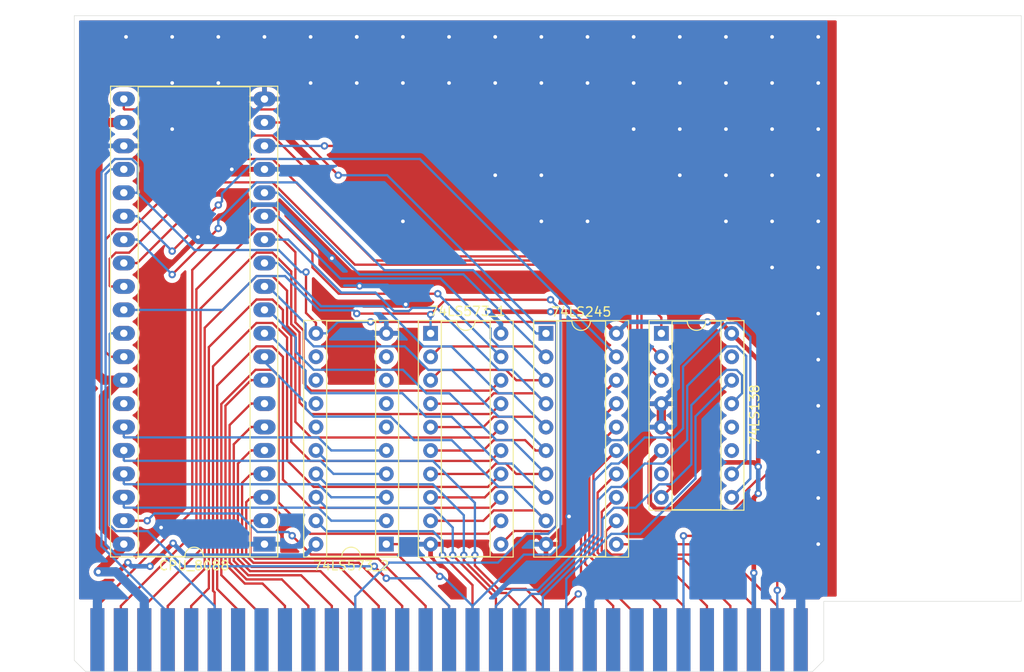
<source format=kicad_pcb>
(kicad_pcb (version 20211014) (generator pcbnew)
  (layers (0 "F.Cu" signal) (31 "B.Cu" signal) (34 "B.Paste" user) (35 "F.Paste" user) (36 "B.SilkS" user "B.Silkscreen") (37 "F.SilkS" user "F.Silkscreen") (38 "B.Mask" user) (39 "F.Mask" user) (44 "Edge.Cuts" user))
  (net 0 "")
  (net 1 "GND")
  (net 2 "VCC")
  (net 3 "CLK")
  (net 4 "RESET")
  (net 5 "A15")
  (net 6 "A16")
  (net 7 "A17")
  (net 8 "A18")
  (net 9 "A19")
  (net 10 "A8")
  (net 11 "A9")
  (net 12 "A10")
  (net 13 "A11")
  (net 14 "A12")
  (net 15 "A13")
  (net 16 "A14")
  (net 17 "AD7")
  (net 18 "D0")
  (net 19 "AD6")
  (net 20 "D1")
  (net 21 "AD5")
  (net 22 "D2")
  (net 23 "AD4")
  (net 24 "D3")
  (net 25 "AD3")
  (net 26 "D4")
  (net 27 "AD2")
  (net 28 "D5")
  (net 29 "AD1")
  (net 30 "D6")
  (net 31 "AD0")
  (net 32 "D7")
  (net 33 "A7")
  (net 34 "A3")
  (net 35 "A6")
  (net 36 "A2")
  (net 37 "A5")
  (net 38 "A1")
  (net 39 "A4")
  (net 40 "A0")
  (net 42 "MEMW")
  (net 43 "MEMR")
  (net 44 "IOM")
  (net 45 "IOW")
  (net 46 "WR")
  (net 47 "IOR")
  (net 48 "RD")
  (net 53 "DEN")
  (net 54 "DTR")
  (net 55 "ALE")
  (net 56 "HLDA")
  (net 62 "A_19")
  (net 64 "A_18")
  (net 66 "A_17")
  (net 68 "A_16")
  (net 70 "INT")
  (net 72 "HOLD")
  (net 73 "INTAK")
  (net 74 "AEN")
  (footprint "adlib:BUS_PC" (layer "F.Cu") (at 140 120)
    (fp_text reference "J4" hide)
    (fp_text value "Bus_ISA_8bit")
  )
  (footprint "Package_DIP:DIP-20_W7.62mm_Socket" (layer "F.Cu") (at 150.5 87.15)
    (fp_text reference "74LS245")
    (fp_text value "Conn_02x10_Counter_Clockwise")
  )
  (footprint "Package_DIP:DIP-20_W7.62mm_Socket" (layer "F.Cu") (at 133.2 110 180)
    (fp_text reference "74LS573_2")
    (fp_text value "Conn_02x10_Counter_Clockwise")
  )
  (footprint "Package_DIP:DIP-16_W7.62mm_Socket" (layer "F.Cu") (at 163 87.15)
    (fp_text reference "74LS138")
    (fp_text value "Conn_02x08_Counter_Clockwise")
  )
  (footprint "Package_DIP:DIP-20_W7.62mm_Socket" (layer "F.Cu") (at 138 87.15)
    (fp_text reference "74LS573_1")
    (fp_text value "Conn_02x10_Counter_Clockwise")
  )
  (footprint "Package_DIP:DIP-40_W15.24mm_Socket_LongPads" (layer "F.Cu") (at 120 110 180)
    (fp_text reference "CPU_8088")
    (fp_text value "Conn_02x20_Counter_Clockwise")
  )
  (gr_line (start 99.4 52.7) (end 202 52.7) (layer "Edge.Cuts") (width 0.05))
  (gr_line (start 180.6 122.6) (end 180.6 116.2) (layer "Edge.Cuts") (width 0.05))
  (gr_line (start 100.6 123.8) (end 99.4 122.6) (layer "Edge.Cuts") (width 0.05))
  (gr_line (start 180.6 116.2) (end 202 116.2) (layer "Edge.Cuts") (width 0.05))
  (gr_line (start 99.4 122.6) (end 99.4 116.2) (layer "Edge.Cuts") (width 0.05))
  (gr_line (start 179.4 123.8) (end 100.6 123.8) (layer "Edge.Cuts") (width 0.05))
  (gr_line (start 99.4 116.2) (end 99.4 52.7) (layer "Edge.Cuts") (width 0.05))
  (gr_line (start 202 116.2) (end 202 52.7) (layer "Edge.Cuts") (width 0.05))
  (gr_line (start 179.4 123.8) (end 180.6 122.6) (layer "Edge.Cuts") (width 0.05))
  (segment (start 116.46 69.36) (end 116.46 69.36) (width 0.5) (layer "F.Cu") (net 1))
  (segment (start 130.3 82) (end 130.3 82) (width 0.5) (layer "F.Cu") (net 1))
  (segment (start 144.518003 111.260001) (end 143.268002 110.01) (width 0.5) (layer "F.Cu") (net 1))
  (segment (start 163 97.31) (end 164.125001 98.435001) (width 0.25) (layer "F.Cu") (net 1))
  (segment (start 135.3 84) (end 129.741998 84) (width 0.5) (layer "F.Cu") (net 1))
  (segment (start 150.5 110.01) (end 149.639999 109.149999) (width 0.5) (layer "F.Cu") (net 1))
  (segment (start 150.555685 110.01) (end 150.5 110.01) (width 0.25) (layer "F.Cu") (net 1))
  (segment (start 164.125001 103.804999) (end 163.799999 104.130001) (width 0.25) (layer "F.Cu") (net 1))
  (segment (start 130.881998 87.14) (end 132.06863 87.14) (width 0.5) (layer "F.Cu") (net 1))
  (segment (start 127.3 79) (end 130.3 82) (width 0.5) (layer "F.Cu") (net 1))
  (segment (start 149.639999 109.149999) (end 148.330003 109.149999) (width 0.5) (layer "F.Cu") (net 1))
  (segment (start 129.149999 84.591999) (end 129.149999 85.408001) (width 0.5) (layer "F.Cu") (net 1))
  (segment (start 153 107.51) (end 150.5 110.01) (width 0.5) (layer "F.Cu") (net 1))
  (segment (start 112.8 76.7) (end 108.8 80.7) (width 0.5) (layer "F.Cu") (net 1))
  (segment (start 163 97.31) (end 163 96.17863) (width 1) (layer "F.Cu") (net 1))
  (segment (start 164.125001 98.435001) (end 164.125001 103.804999) (width 0.25) (layer "F.Cu") (net 1))
  (segment (start 163.799999 104.130001) (end 163 104.93) (width 0.25) (layer "F.Cu") (net 1))
  (segment (start 132.06863 87.14) (end 133.2 87.14) (width 0.5) (layer "F.Cu") (net 1))
  (segment (start 143.268002 110.01) (end 139.13137 110.01) (width 0.5) (layer "F.Cu") (net 1))
  (segment (start 148.330003 109.149999) (end 146.220001 111.260001) (width 0.5) (layer "F.Cu") (net 1))
  (segment (start 146.220001 111.260001) (end 144.518003 111.260001) (width 0.5) (layer "F.Cu") (net 1))
  (segment (start 153 107) (end 153 107.51) (width 0.5) (layer "F.Cu") (net 1))
  (segment (start 163 96.17863) (end 163 94.77) (width 1) (layer "F.Cu") (net 1))
  (segment (start 108.8 80.7) (end 108.8 108.2) (width 0.5) (layer "F.Cu") (net 1))
  (segment (start 129.741998 84) (end 129.149999 84.591999) (width 0.5) (layer "F.Cu") (net 1))
  (segment (start 120 69.36) (end 116.46 69.36) (width 0.5) (layer "F.Cu") (net 1))
  (segment (start 139.13137 110.01) (end 138 110.01) (width 0.5) (layer "F.Cu") (net 1))
  (segment (start 129.149999 85.408001) (end 130.881998 87.14) (width 0.5) (layer "F.Cu") (net 1))
  (via (at 180 85) (size 0.8) (drill 0.4) (layers "F.Cu" "B.Cu") (net 1))
  (via (at 170 75) (size 0.8) (drill 0.4) (layers "F.Cu" "B.Cu") (net 1))
  (via (at 180 70) (size 0.8) (drill 0.4) (layers "F.Cu" "B.Cu") (net 1))
  (via (at 130.3 82) (size 0.8) (drill 0.4) (layers "F.Cu" "B.Cu") (net 1))
  (via (at 175 60) (size 0.8) (drill 0.4) (layers "F.Cu" "B.Cu") (net 1))
  (via (at 175 70) (size 0.8) (drill 0.4) (layers "F.Cu" "B.Cu") (net 1))
  (via (at 150 70) (size 0.8) (drill 0.4) (layers "F.Cu" "B.Cu") (net 1))
  (via (at 153 107) (size 0.8) (drill 0.4) (layers "F.Cu" "B.Cu") (net 1))
  (via (at 170 70) (size 0.8) (drill 0.4) (layers "F.Cu" "B.Cu") (net 1))
  (via (at 180 110) (size 0.8) (drill 0.4) (layers "F.Cu" "B.Cu") (net 1))
  (via (at 110 55) (size 0.8) (drill 0.4) (layers "F.Cu" "B.Cu") (net 1))
  (via (at 145 70) (size 0.8) (drill 0.4) (layers "F.Cu" "B.Cu") (net 1))
  (via (at 110 60) (size 0.8) (drill 0.4) (layers "F.Cu" "B.Cu") (net 1))
  (via (at 150 55) (size 0.8) (drill 0.4) (layers "F.Cu" "B.Cu") (net 1))
  (via (at 180 105) (size 0.8) (drill 0.4) (layers "F.Cu" "B.Cu") (net 1))
  (via (at 160 55) (size 0.8) (drill 0.4) (layers "F.Cu" "B.Cu") (net 1))
  (via (at 140 60) (size 0.8) (drill 0.4) (layers "F.Cu" "B.Cu") (net 1))
  (via (at 165 60) (size 0.8) (drill 0.4) (layers "F.Cu" "B.Cu") (net 1))
  (via (at 116.46 69.36) (size 0.8) (drill 0.4) (layers "F.Cu" "B.Cu") (net 1))
  (via (at 120 55) (size 0.8) (drill 0.4) (layers "F.Cu" "B.Cu") (net 1))
  (via (at 160 65) (size 0.8) (drill 0.4) (layers "F.Cu" "B.Cu") (net 1))
  (via (at 105 55) (size 0.8) (drill 0.4) (layers "F.Cu" "B.Cu") (net 1))
  (via (at 160 60) (size 0.8) (drill 0.4) (layers "F.Cu" "B.Cu") (net 1))
  (via (at 165 65) (size 0.8) (drill 0.4) (layers "F.Cu" "B.Cu") (net 1))
  (via (at 170 55) (size 0.8) (drill 0.4) (layers "F.Cu" "B.Cu") (net 1))
  (via (at 130 60) (size 0.8) (drill 0.4) (layers "F.Cu" "B.Cu") (net 1))
  (via (at 150 75) (size 0.8) (drill 0.4) (layers "F.Cu" "B.Cu") (net 1))
  (via (at 135 75) (size 0.8) (drill 0.4) (layers "F.Cu" "B.Cu") (net 1))
  (via (at 180 65) (size 0.8) (drill 0.4) (layers "F.Cu" "B.Cu") (net 1))
  (via (at 175 55) (size 0.8) (drill 0.4) (layers "F.Cu" "B.Cu") (net 1))
  (via (at 175 65) (size 0.8) (drill 0.4) (layers "F.Cu" "B.Cu") (net 1))
  (via (at 145 55) (size 0.8) (drill 0.4) (layers "F.Cu" "B.Cu") (net 1))
  (via (at 180 55) (size 0.8) (drill 0.4) (layers "F.Cu" "B.Cu") (net 1))
  (via (at 175 75) (size 0.8) (drill 0.4) (layers "F.Cu" "B.Cu") (net 1))
  (via (at 145 60) (size 0.8) (drill 0.4) (layers "F.Cu" "B.Cu") (net 1))
  (via (at 108.8 108.2) (size 0.8) (drill 0.4) (layers "F.Cu" "B.Cu") (net 1))
  (via (at 130 55) (size 0.8) (drill 0.4) (layers "F.Cu" "B.Cu") (net 1))
  (via (at 135 60) (size 0.8) (drill 0.4) (layers "F.Cu" "B.Cu") (net 1))
  (via (at 180 60) (size 0.8) (drill 0.4) (layers "F.Cu" "B.Cu") (net 1))
  (via (at 155 75) (size 0.8) (drill 0.4) (layers "F.Cu" "B.Cu") (net 1))
  (via (at 115 60) (size 0.8) (drill 0.4) (layers "F.Cu" "B.Cu") (net 1))
  (via (at 140 55) (size 0.8) (drill 0.4) (layers "F.Cu" "B.Cu") (net 1))
  (via (at 115 55) (size 0.8) (drill 0.4) (layers "F.Cu" "B.Cu") (net 1))
  (via (at 165 55) (size 0.8) (drill 0.4) (layers "F.Cu" "B.Cu") (net 1))
  (via (at 170 60) (size 0.8) (drill 0.4) (layers "F.Cu" "B.Cu") (net 1))
  (via (at 130 55) (size 0.8) (drill 0.4) (layers "F.Cu" "B.Cu") (net 1))
  (via (at 125 60) (size 0.8) (drill 0.4) (layers "F.Cu" "B.Cu") (net 1))
  (via (at 180 100) (size 0.8) (drill 0.4) (layers "F.Cu" "B.Cu") (net 1))
  (via (at 175 80) (size 0.8) (drill 0.4) (layers "F.Cu" "B.Cu") (net 1))
  (via (at 180 75) (size 0.8) (drill 0.4) (layers "F.Cu" "B.Cu") (net 1))
  (via (at 125 55) (size 0.8) (drill 0.4) (layers "F.Cu" "B.Cu") (net 1))
  (via (at 135.3 84) (size 0.8) (drill 0.4) (layers "F.Cu" "B.Cu") (net 1))
  (via (at 150 60) (size 0.8) (drill 0.4) (layers "F.Cu" "B.Cu") (net 1))
  (via (at 155 60) (size 0.8) (drill 0.4) (layers "F.Cu" "B.Cu") (net 1))
  (via (at 180 80) (size 0.8) (drill 0.4) (layers "F.Cu" "B.Cu") (net 1))
  (via (at 127.3 79) (size 0.8) (drill 0.4) (layers "F.Cu" "B.Cu") (net 1))
  (via (at 155 55) (size 0.8) (drill 0.4) (layers "F.Cu" "B.Cu") (net 1))
  (via (at 112.8 76.7) (size 0.8) (drill 0.4) (layers "F.Cu" "B.Cu") (net 1))
  (via (at 110 65) (size 0.8) (drill 0.4) (layers "F.Cu" "B.Cu") (net 1))
  (via (at 180 95) (size 0.8) (drill 0.4) (layers "F.Cu" "B.Cu") (net 1))
  (via (at 135 55) (size 0.8) (drill 0.4) (layers "F.Cu" "B.Cu") (net 1))
  (via (at 165 70) (size 0.8) (drill 0.4) (layers "F.Cu" "B.Cu") (net 1))
  (via (at 170 65) (size 0.8) (drill 0.4) (layers "F.Cu" "B.Cu") (net 1))
  (via (at 180 90) (size 0.8) (drill 0.4) (layers "F.Cu" "B.Cu") (net 1))
  (segment (start 153 107) (end 153 107) (width 0.25) (layer "B.Cu") (net 1))
  (segment (start 112.2 110) (end 112.2 110) (width 0.5) (layer "B.Cu") (net 1))
  (segment (start 108.8 108.2) (end 108.8 108.2) (width 0.5) (layer "B.Cu") (net 1))
  (segment (start 127.3 79) (end 127.3 79) (width 0.5) (layer "B.Cu") (net 1))
  (segment (start 135.3 84) (end 135.3 84) (width 0.5) (layer "B.Cu") (net 1))
  (segment (start 130.3 82) (end 133.3 82) (width 0.5) (layer "B.Cu") (net 1))
  (segment (start 120 110) (end 112.2 110) (width 0.5) (layer "B.Cu") (net 1))
  (segment (start 157.579999 98.724999) (end 153 103.304998) (width 0.25) (layer "B.Cu") (net 1))
  (segment (start 158.660001 98.724999) (end 157.579999 98.724999) (width 0.25) (layer "B.Cu") (net 1))
  (segment (start 116.46 68.794315) (end 116.46 69.36) (width 0.5) (layer "B.Cu") (net 1))
  (segment (start 110.4 108.2) (end 108.8 108.2) (width 0.5) (layer "B.Cu") (net 1))
  (segment (start 118.21001 73.18999) (end 121.48999 73.18999) (width 0.5) (layer "B.Cu") (net 1))
  (segment (start 155.24 115.952) (end 156.192 115) (width 1) (layer "B.Cu") (net 1))
  (segment (start 118.21001 73.18999) (end 116.6 74.8) (width 0.5) (layer "B.Cu") (net 1))
  (segment (start 101.9 120.381) (end 101.9 115.952) (width 1) (layer "B.Cu") (net 1))
  (segment (start 120 62.112219) (end 116.46 65.652219) (width 0.5) (layer "B.Cu") (net 1))
  (segment (start 163 94.77) (end 164.77496 92.99504) (width 0.5) (layer "B.Cu") (net 1))
  (segment (start 155.24 120.381) (end 155.24 115.952) (width 1) (layer "B.Cu") (net 1))
  (segment (start 163 97.31) (end 160.075 97.31) (width 0.25) (layer "B.Cu") (net 1))
  (segment (start 112.2 110) (end 110.4 108.2) (width 0.5) (layer "B.Cu") (net 1))
  (segment (start 120 61.74) (end 120 62.112219) (width 0.5) (layer "B.Cu") (net 1))
  (segment (start 164.77496 90.516852) (end 169.841823 85.449989) (width 0.5) (layer "B.Cu") (net 1))
  (segment (start 178.1 120.381) (end 178.1 115.952) (width 1) (layer "B.Cu") (net 1))
  (segment (start 164.77496 92.99504) (end 164.77496 90.516852) (width 0.5) (layer "B.Cu") (net 1))
  (segment (start 133.3 82) (end 135.3 84) (width 0.5) (layer "B.Cu") (net 1))
  (segment (start 160.075 97.31) (end 158.660001 98.724999) (width 0.25) (layer "B.Cu") (net 1))
  (segment (start 153 103.304998) (end 153 107) (width 0.25) (layer "B.Cu") (net 1))
  (segment (start 116.46 65.652219) (end 116.46 68.794315) (width 0.5) (layer "B.Cu") (net 1))
  (segment (start 121.48999 73.18999) (end 127.3 79) (width 0.5) (layer "B.Cu") (net 1))
  (segment (start 156.192 115) (end 161.7 115) (width 1) (layer "B.Cu") (net 1))
  (segment (start 107.6 112.4) (end 107.6 112.4) (width 0.5) (layer "F.Cu") (net 2))
  (segment (start 144.3 84.8) (end 144.3 84.8) (width 0.5) (layer "F.Cu") (net 2))
  (segment (start 173.5 104.5) (end 173.5 104.5) (width 0.5) (layer "F.Cu") (net 2))
  (segment (start 101.95997 64.88003) (end 102.56 64.28) (width 1) (layer "F.Cu") (net 2))
  (segment (start 151 84.8) (end 155.77 84.8) (width 0.5) (layer "F.Cu") (net 2))
  (segment (start 104.36 110) (end 102.56 108.2) (width 1) (layer "F.Cu") (net 2))
  (segment (start 102.56 108.2) (end 102.56 94.02) (width 1) (layer "F.Cu") (net 2))
  (segment (start 161.749999 105.530001) (end 162.399999 106.180001) (width 0.5) (layer "F.Cu") (net 2))
  (segment (start 102.56 92.22) (end 101.95997 91.61997) (width 1) (layer "F.Cu") (net 2))
  (segment (start 104.76 110) (end 104.36 110) (width 1) (layer "F.Cu") (net 2))
  (segment (start 102 113) (end 104.2 113) (width 0.5) (layer "F.Cu") (net 2))
  (segment (start 169.369999 85.899999) (end 170.62 87.15) (width 0.5) (layer "F.Cu") (net 2))
  (segment (start 173.039999 101.139999) (end 173.100001 101.200001) (width 0.5) (layer "F.Cu") (net 2))
  (segment (start 173.02 104.98) (end 173.5 104.5) (width 0.5) (layer "F.Cu") (net 2))
  (segment (start 104.36 92.22) (end 104.76 92.22) (width 1) (layer "F.Cu") (net 2))
  (segment (start 101.95997 91.61997) (end 101.95997 64.88003) (width 1) (layer "F.Cu") (net 2))
  (segment (start 173.5 101.6) (end 173.5 90.03) (width 0.5) (layer "F.Cu") (net 2))
  (segment (start 104.76 64.28) (end 105.132219 64.28) (width 0.5) (layer "F.Cu") (net 2))
  (segment (start 162.399999 106.180001) (end 164.106813 106.180001) (width 0.5) (layer "F.Cu") (net 2))
  (segment (start 161.749999 101.100001) (end 161.749999 105.530001) (width 0.5) (layer "F.Cu") (net 2))
  (segment (start 102.56 94.02) (end 104.36 92.22) (width 1) (layer "F.Cu") (net 2))
  (segment (start 167.999999 85.899999) (end 169.369999 85.899999) (width 0.5) (layer "F.Cu") (net 2))
  (segment (start 104.2 113) (end 105.2 112) (width 0.5) (layer "F.Cu") (net 2))
  (segment (start 173.100001 101.200001) (end 173.5 101.6) (width 0.5) (layer "F.Cu") (net 2))
  (segment (start 163 99.85) (end 161.749999 101.100001) (width 0.5) (layer "F.Cu") (net 2))
  (segment (start 173.02 113.12) (end 173.02 104.98) (width 0.5) (layer "F.Cu") (net 2))
  (segment (start 104.76 110.24) (end 102 113) (width 1) (layer "F.Cu") (net 2))
  (segment (start 151 84.8) (end 144.3 84.8) (width 0.5) (layer "F.Cu") (net 2))
  (segment (start 110.1 109.9) (end 107.6 112.4) (width 0.5) (layer "F.Cu") (net 2))
  (segment (start 104.76 92.22) (end 102.56 92.22) (width 1) (layer "F.Cu") (net 2))
  (segment (start 173.5 90.03) (end 170.62 87.15) (width 0.5) (layer "F.Cu") (net 2))
  (segment (start 155.77 84.8) (end 158.12 87.15) (width 0.5) (layer "F.Cu") (net 2))
  (segment (start 104.76 110) (end 104.76 110.24) (width 1) (layer "F.Cu") (net 2))
  (segment (start 169.146815 101.139999) (end 173.039999 101.139999) (width 0.5) (layer "F.Cu") (net 2))
  (segment (start 164.106813 106.180001) (end 169.146815 101.139999) (width 0.5) (layer "F.Cu") (net 2))
  (segment (start 102.56 64.28) (end 104.76 64.28) (width 1) (layer "F.Cu") (net 2))
  (via (at 107.6 112.4) (size 0.8) (drill 0.4) (layers "F.Cu" "B.Cu") (net 2))
  (via (at 144.3 84.8) (size 0.8) (drill 0.4) (layers "F.Cu" "B.Cu") (net 2))
  (via (at 105.2 112) (size 0.8) (drill 0.4) (layers "F.Cu" "B.Cu") (net 2))
  (via (at 102 113) (size 1) (drill 0.5) (layers "F.Cu" "B.Cu") (net 2))
  (via (at 167.999999 85.899999) (size 0.8) (drill 0.4) (layers "F.Cu" "B.Cu") (net 2))
  (via (at 110.1 109.9) (size 0.8) (drill 0.4) (layers "F.Cu" "B.Cu") (net 2))
  (via (at 173.5 104.5) (size 0.8) (drill 0.4) (layers "F.Cu" "B.Cu") (net 2))
  (via (at 151 84.8) (size 0.8) (drill 0.4) (layers "F.Cu" "B.Cu") (net 2))
  (via (at 173.02 113.12) (size 0.8) (drill 0.4) (layers "F.Cu" "B.Cu") (net 2))
  (via (at 173.5 101.6) (size 0.8) (drill 0.4) (layers "F.Cu" "B.Cu") (net 2))
  (segment (start 102 113) (end 102 113) (width 1) (layer "B.Cu") (net 2))
  (segment (start 110.1 109.9) (end 110.1 109.9) (width 0.5) (layer "B.Cu") (net 2))
  (segment (start 151 84.8) (end 151 84.8) (width 0.5) (layer "B.Cu") (net 2))
  (segment (start 167.999999 85.899999) (end 167.999999 85.899999) (width 0.5) (layer "B.Cu") (net 2))
  (segment (start 173.02 113.12) (end 173.02 113.12) (width 0.5) (layer "B.Cu") (net 2))
  (segment (start 173.5 101.6) (end 173.5 101.6) (width 0.5) (layer "B.Cu") (net 2))
  (segment (start 105.2 112) (end 105.2 112) (width 0.5) (layer "B.Cu") (net 2))
  (segment (start 105.6 112.4) (end 105.2 112) (width 0.5) (layer "B.Cu") (net 2))
  (segment (start 144.3 84.8) (end 145.62 86.12) (width 0.5) (layer "B.Cu") (net 2))
  (segment (start 105.9 112.4) (end 105.6 112.4) (width 0.5) (layer "B.Cu") (net 2))
  (segment (start 125.58 110) (end 124.329999 111.250001) (width 0.5) (layer "B.Cu") (net 2))
  (segment (start 173.5 104.5) (end 173.5 101.6) (width 0.5) (layer "B.Cu") (net 2))
  (segment (start 103.9 113) (end 102 113) (width 1) (layer "B.Cu") (net 2))
  (segment (start 159.370001 85.899999) (end 167.999999 85.899999) (width 0.5) (layer "B.Cu") (net 2))
  (segment (start 106.98 120.381) (end 106.98 116.08) (width 1) (layer "B.Cu") (net 2))
  (segment (start 158.12 87.15) (end 159.370001 85.899999) (width 0.5) (layer "B.Cu") (net 2))
  (segment (start 145.62 86.12) (end 145.62 87.15) (width 0.5) (layer "B.Cu") (net 2))
  (segment (start 111.450001 111.250001) (end 110.1 109.9) (width 0.5) (layer "B.Cu") (net 2))
  (segment (start 106.98 116.08) (end 103.9 113) (width 1) (layer "B.Cu") (net 2))
  (segment (start 173.02 120.381) (end 173.02 113.12) (width 0.5) (layer "B.Cu") (net 2))
  (segment (start 124.329999 111.250001) (end 111.450001 111.250001) (width 0.5) (layer "B.Cu") (net 2))
  (segment (start 107.6 112.4) (end 105.9 112.4) (width 0.5) (layer "B.Cu") (net 2))
  (segment (start 122.28 64.28) (end 120 64.28) (width 0.25) (layer "F.Cu") (net 3))
  (segment (start 128 70) (end 122.28 64.28) (width 0.25) (layer "F.Cu") (net 3))
  (via (at 128 70) (size 0.8) (drill 0.4) (layers "F.Cu" "B.Cu") (net 3))
  (segment (start 151.625001 86.025979) (end 151.624511 86.025489) (width 0.25) (layer "B.Cu") (net 3))
  (segment (start 148.410003 108.884999) (end 145.295002 112) (width 0.25) (layer "B.Cu") (net 3))
  (segment (start 129.84 115.66) (end 129.84 120.381) (width 0.25) (layer "B.Cu") (net 3))
  (segment (start 145.295002 112) (end 133.5 112) (width 0.25) (layer "B.Cu") (net 3))
  (segment (start 150.750003 108.884999) (end 148.410003 108.884999) (width 0.25) (layer "B.Cu") (net 3))
  (segment (start 151.624511 86.025489) (end 149.325489 86.025489) (width 0.25) (layer "B.Cu") (net 3))
  (segment (start 149.325489 86.025489) (end 140.4 77.1) (width 0.25) (layer "B.Cu") (net 3))
  (segment (start 151.625001 108.010001) (end 150.750003 108.884999) (width 0.25) (layer "B.Cu") (net 3))
  (segment (start 140.4 77.1) (end 133.3 70) (width 0.25) (layer "B.Cu") (net 3))
  (segment (start 133.3 70) (end 128 70) (width 0.25) (layer "B.Cu") (net 3))
  (segment (start 151.625001 108.010001) (end 151.625001 86.025979) (width 0.25) (layer "B.Cu") (net 3))
  (segment (start 133.5 112) (end 129.84 115.66) (width 0.25) (layer "B.Cu") (net 3))
  (segment (start 151.710422 62.86501) (end 104.83501 62.86501) (width 0.25) (layer "F.Cu") (net 4))
  (segment (start 175.56 115) (end 175.56 86.714588) (width 0.25) (layer "F.Cu") (net 4))
  (segment (start 175.56 86.714588) (end 151.710422 62.86501) (width 0.25) (layer "F.Cu") (net 4))
  (segment (start 104.83501 62.86501) (end 104.76 62.79) (width 0.25) (layer "F.Cu") (net 4))
  (segment (start 104.76 62.79) (end 104.76 61.74) (width 0.25) (layer "F.Cu") (net 4))
  (via (at 175.56 115) (size 0.8) (drill 0.4) (layers "F.Cu" "B.Cu") (net 4))
  (segment (start 175.56 115) (end 175.56 115) (width 0.25) (layer "B.Cu") (net 4))
  (segment (start 175.56 120.381) (end 175.56 115) (width 0.25) (layer "B.Cu") (net 4))
  (segment (start 123 109.085002) (end 123 109.085002) (width 0.25) (layer "F.Cu") (net 5))
  (segment (start 107.289994 107.46) (end 104.76 107.46) (width 0.25) (layer "F.Cu") (net 5))
  (segment (start 134.423001 111.125001) (end 125.039999 111.125001) (width 0.25) (layer "F.Cu") (net 5))
  (segment (start 107.289994 107.46) (end 107.289994 107.46) (width 0.25) (layer "F.Cu") (net 5))
  (segment (start 125.039999 111.125001) (end 123 109.085002) (width 0.25) (layer "F.Cu") (net 5))
  (segment (start 140 116.702) (end 134.423001 111.125001) (width 0.25) (layer "F.Cu") (net 5))
  (segment (start 140 120.381) (end 140 116.702) (width 0.25) (layer "F.Cu") (net 5))
  (via (at 107.289994 107.46) (size 0.8) (drill 0.4) (layers "F.Cu" "B.Cu") (net 5))
  (via (at 123 109.085002) (size 0.8) (drill 0.4) (layers "F.Cu" "B.Cu") (net 5))
  (segment (start 122.600001 108.685003) (end 119.233999 108.685003) (width 0.25) (layer "B.Cu") (net 5))
  (segment (start 119.233999 108.685003) (end 117.223995 106.674999) (width 0.25) (layer "B.Cu") (net 5))
  (segment (start 108.074995 106.674999) (end 107.289994 107.46) (width 0.25) (layer "B.Cu") (net 5))
  (segment (start 117.223995 106.674999) (end 108.074995 106.674999) (width 0.25) (layer "B.Cu") (net 5))
  (segment (start 123 109.085002) (end 122.600001 108.685003) (width 0.25) (layer "B.Cu") (net 5))
  (segment (start 139.3 111.2) (end 139.3 111.2) (width 0.25) (layer "F.Cu") (net 6))
  (segment (start 142.54 120.381) (end 142.54 114.44) (width 0.25) (layer "F.Cu") (net 6))
  (segment (start 142.54 114.44) (end 139.3 111.2) (width 0.25) (layer "F.Cu") (net 6))
  (via (at 139.3 111.2) (size 0.8) (drill 0.4) (layers "F.Cu" "B.Cu") (net 6))
  (segment (start 139.3 109.644998) (end 138.250003 108.595001) (width 0.25) (layer "B.Cu") (net 6))
  (segment (start 139.3 111.2) (end 139.3 109.644998) (width 0.25) (layer "B.Cu") (net 6))
  (segment (start 138.250003 108.595001) (end 126.715001 108.595001) (width 0.25) (layer "B.Cu") (net 6))
  (segment (start 126.379999 108.259999) (end 125.58 107.46) (width 0.25) (layer "B.Cu") (net 6))
  (segment (start 126.715001 108.595001) (end 126.379999 108.259999) (width 0.25) (layer "B.Cu") (net 6))
  (segment (start 140.4 111.2) (end 140.4 111.2) (width 0.25) (layer "F.Cu") (net 7))
  (segment (start 145.08 120.381) (end 145.08 115.88) (width 0.25) (layer "F.Cu") (net 7))
  (segment (start 145.08 115.88) (end 140.4 111.2) (width 0.25) (layer "F.Cu") (net 7))
  (via (at 140.4 111.2) (size 0.8) (drill 0.4) (layers "F.Cu" "B.Cu") (net 7))
  (segment (start 140.4 108.204998) (end 138.250003 106.055001) (width 0.25) (layer "B.Cu") (net 7))
  (segment (start 126.715001 106.055001) (end 126.379999 105.719999) (width 0.25) (layer "B.Cu") (net 7))
  (segment (start 140.4 111.2) (end 140.4 108.204998) (width 0.25) (layer "B.Cu") (net 7))
  (segment (start 126.379999 105.719999) (end 125.58 104.92) (width 0.25) (layer "B.Cu") (net 7))
  (segment (start 138.250003 106.055001) (end 126.715001 106.055001) (width 0.25) (layer "B.Cu") (net 7))
  (segment (start 141.6 111.2) (end 141.6 111.2) (width 0.25) (layer "F.Cu") (net 8))
  (segment (start 147.62 116.702) (end 146.218 115.3) (width 0.25) (layer "F.Cu") (net 8))
  (segment (start 141.6 111.76359) (end 141.6 111.2) (width 0.25) (layer "F.Cu") (net 8))
  (segment (start 145.13641 115.3) (end 141.6 111.76359) (width 0.25) (layer "F.Cu") (net 8))
  (segment (start 147.62 120.381) (end 147.62 116.702) (width 0.25) (layer "F.Cu") (net 8))
  (segment (start 146.218 115.3) (end 145.13641 115.3) (width 0.25) (layer "F.Cu") (net 8))
  (via (at 141.6 111.2) (size 0.8) (drill 0.4) (layers "F.Cu" "B.Cu") (net 8))
  (segment (start 126.715001 103.515001) (end 126.379999 103.179999) (width 0.25) (layer "B.Cu") (net 8))
  (segment (start 126.379999 103.179999) (end 125.58 102.38) (width 0.25) (layer "B.Cu") (net 8))
  (segment (start 138.250003 103.515001) (end 126.715001 103.515001) (width 0.25) (layer "B.Cu") (net 8))
  (segment (start 141.6 106.864998) (end 138.250003 103.515001) (width 0.25) (layer "B.Cu") (net 8))
  (segment (start 141.6 111.2) (end 141.6 106.864998) (width 0.25) (layer "B.Cu") (net 8))
  (segment (start 142.8 111.2) (end 142.8 111.2) (width 0.25) (layer "F.Cu") (net 9))
  (segment (start 145.32281 114.84999) (end 142.8 112.32718) (width 0.25) (layer "F.Cu") (net 9))
  (segment (start 150.16 116.702) (end 148.30799 114.84999) (width 0.25) (layer "F.Cu") (net 9))
  (segment (start 150.16 120.381) (end 150.16 116.702) (width 0.25) (layer "F.Cu") (net 9))
  (segment (start 142.8 112.32718) (end 142.8 111.2) (width 0.25) (layer "F.Cu") (net 9))
  (segment (start 148.30799 114.84999) (end 145.32281 114.84999) (width 0.25) (layer "F.Cu") (net 9))
  (via (at 142.8 111.2) (size 0.8) (drill 0.4) (layers "F.Cu" "B.Cu") (net 9))
  (segment (start 142.8 105.524998) (end 138.250003 100.975001) (width 0.25) (layer "B.Cu") (net 9))
  (segment (start 126.715001 100.975001) (end 126.379999 100.639999) (width 0.25) (layer "B.Cu") (net 9))
  (segment (start 126.379999 100.639999) (end 125.58 99.84) (width 0.25) (layer "B.Cu") (net 9))
  (segment (start 142.8 111.2) (end 142.8 105.524998) (width 0.25) (layer "B.Cu") (net 9))
  (segment (start 138.250003 100.975001) (end 126.715001 100.975001) (width 0.25) (layer "B.Cu") (net 9))
  (segment (start 119.793066 114.275066) (end 117.871603 114.275065) (width 0.25) (layer "F.Cu") (net 10))
  (segment (start 122.22 120.381) (end 122.22 116.702) (width 0.25) (layer "F.Cu") (net 10))
  (segment (start 115.774939 112.178401) (end 115.774939 94.995061) (width 0.25) (layer "F.Cu") (net 10))
  (segment (start 117.871603 114.275065) (end 115.774939 112.178401) (width 0.25) (layer "F.Cu") (net 10))
  (segment (start 115.774939 94.995061) (end 118.55 92.22) (width 0.25) (layer "F.Cu") (net 10))
  (segment (start 118.55 92.22) (end 120 92.22) (width 0.25) (layer "F.Cu") (net 10))
  (segment (start 122.22 116.702) (end 119.793066 114.275066) (width 0.25) (layer "F.Cu") (net 10))
  (segment (start 124.76 116.702) (end 121.883057 113.825057) (width 0.25) (layer "F.Cu") (net 11))
  (segment (start 118.55 94.76) (end 120 94.76) (width 0.25) (layer "F.Cu") (net 11))
  (segment (start 116.224949 111.992001) (end 116.224949 97.085051) (width 0.25) (layer "F.Cu") (net 11))
  (segment (start 116.224949 97.085051) (end 118.55 94.76) (width 0.25) (layer "F.Cu") (net 11))
  (segment (start 118.058004 113.825056) (end 116.224949 111.992001) (width 0.25) (layer "F.Cu") (net 11))
  (segment (start 121.883057 113.825057) (end 118.058004 113.825056) (width 0.25) (layer "F.Cu") (net 11))
  (segment (start 124.76 120.381) (end 124.76 116.702) (width 0.25) (layer "F.Cu") (net 11))
  (segment (start 118.55 97.3) (end 120 97.3) (width 0.25) (layer "F.Cu") (net 12))
  (segment (start 127.3 116.702) (end 123.973048 113.375048) (width 0.25) (layer "F.Cu") (net 12))
  (segment (start 118.244405 113.375047) (end 116.674959 111.805601) (width 0.25) (layer "F.Cu") (net 12))
  (segment (start 127.3 120.381) (end 127.3 116.702) (width 0.25) (layer "F.Cu") (net 12))
  (segment (start 123.973048 113.375048) (end 118.244405 113.375047) (width 0.25) (layer "F.Cu") (net 12))
  (segment (start 116.674959 111.805601) (end 116.674959 99.175041) (width 0.25) (layer "F.Cu") (net 12))
  (segment (start 116.674959 99.175041) (end 118.55 97.3) (width 0.25) (layer "F.Cu") (net 12))
  (segment (start 129.84 120.381) (end 129.84 116.702) (width 0.25) (layer "F.Cu") (net 13))
  (segment (start 118.430806 112.925038) (end 117.124969 111.619201) (width 0.25) (layer "F.Cu") (net 13))
  (segment (start 117.124969 101.265031) (end 118.55 99.84) (width 0.25) (layer "F.Cu") (net 13))
  (segment (start 117.124969 111.619201) (end 117.124969 101.265031) (width 0.25) (layer "F.Cu") (net 13))
  (segment (start 126.063039 112.925039) (end 118.430806 112.925038) (width 0.25) (layer "F.Cu") (net 13))
  (segment (start 129.84 116.702) (end 126.063039 112.925039) (width 0.25) (layer "F.Cu") (net 13))
  (segment (start 118.55 99.84) (end 120 99.84) (width 0.25) (layer "F.Cu") (net 13))
  (segment (start 117.574979 103.355021) (end 118.55 102.38) (width 0.25) (layer "F.Cu") (net 14))
  (segment (start 118.617207 112.475029) (end 117.574979 111.432801) (width 0.25) (layer "F.Cu") (net 14))
  (segment (start 132.38 120.381) (end 132.38 116.702) (width 0.25) (layer "F.Cu") (net 14))
  (segment (start 132.38 116.702) (end 128.15303 112.47503) (width 0.25) (layer "F.Cu") (net 14))
  (segment (start 117.574979 111.432801) (end 117.574979 103.355021) (width 0.25) (layer "F.Cu") (net 14))
  (segment (start 118.55 102.38) (end 120 102.38) (width 0.25) (layer "F.Cu") (net 14))
  (segment (start 128.15303 112.47503) (end 118.617207 112.475029) (width 0.25) (layer "F.Cu") (net 14))
  (segment (start 118.803608 112.02502) (end 118.024989 111.246401) (width 0.25) (layer "F.Cu") (net 15))
  (segment (start 134.92 120.381) (end 134.92 116.702) (width 0.25) (layer "F.Cu") (net 15))
  (segment (start 130.243021 112.025021) (end 118.803608 112.02502) (width 0.25) (layer "F.Cu") (net 15))
  (segment (start 134.92 116.702) (end 130.243021 112.025021) (width 0.25) (layer "F.Cu") (net 15))
  (segment (start 118.024989 105.445011) (end 118.55 104.92) (width 0.25) (layer "F.Cu") (net 15))
  (segment (start 118.024989 111.246401) (end 118.024989 105.445011) (width 0.25) (layer "F.Cu") (net 15))
  (segment (start 118.55 104.92) (end 120 104.92) (width 0.25) (layer "F.Cu") (net 15))
  (segment (start 132.333011 111.575011) (end 118.990009 111.575011) (width 0.25) (layer "F.Cu") (net 16))
  (segment (start 118.990009 111.575011) (end 118.474999 111.060001) (width 0.25) (layer "F.Cu") (net 16))
  (segment (start 118.474999 107.535001) (end 118.55 107.46) (width 0.25) (layer "F.Cu") (net 16))
  (segment (start 137.46 120.381) (end 137.46 116.702) (width 0.25) (layer "F.Cu") (net 16))
  (segment (start 137.46 116.702) (end 132.333011 111.575011) (width 0.25) (layer "F.Cu") (net 16))
  (segment (start 118.474999 111.060001) (end 118.474999 107.535001) (width 0.25) (layer "F.Cu") (net 16))
  (segment (start 118.55 107.46) (end 120 107.46) (width 0.25) (layer "F.Cu") (net 16))
  (segment (start 150.5 107.47) (end 149.374999 106.344999) (width 0.25) (layer "F.Cu") (net 17))
  (segment (start 143.71641 107.47) (end 139.13137 107.47) (width 0.25) (layer "F.Cu") (net 17))
  (segment (start 139.13137 107.47) (end 138 107.47) (width 0.25) (layer "F.Cu") (net 17))
  (segment (start 149.374999 106.344999) (end 144.841411 106.344999) (width 0.25) (layer "F.Cu") (net 17))
  (segment (start 144.841411 106.344999) (end 143.71641 107.47) (width 0.25) (layer "F.Cu") (net 17))
  (segment (start 120 89.68) (end 120 90.228996) (width 0.25) (layer "B.Cu") (net 17))
  (segment (start 145.369997 103.804999) (end 146.834999 103.804999) (width 0.25) (layer "B.Cu") (net 17))
  (segment (start 146.834999 103.804999) (end 149.700001 106.670001) (width 0.25) (layer "B.Cu") (net 17))
  (segment (start 124.454999 95.300001) (end 125.329997 96.174999) (width 0.25) (layer "B.Cu") (net 17))
  (segment (start 136.224999 98.724999) (end 140.289997 98.724999) (width 0.25) (layer "B.Cu") (net 17))
  (segment (start 133.674999 96.174999) (end 136.224999 98.724999) (width 0.25) (layer "B.Cu") (net 17))
  (segment (start 140.289997 98.724999) (end 145.369997 103.804999) (width 0.25) (layer "B.Cu") (net 17))
  (segment (start 124.454999 94.683995) (end 124.454999 95.300001) (width 0.25) (layer "B.Cu") (net 17))
  (segment (start 125.329997 96.174999) (end 133.674999 96.174999) (width 0.25) (layer "B.Cu") (net 17))
  (segment (start 149.700001 106.670001) (end 150.5 107.47) (width 0.25) (layer "B.Cu") (net 17))
  (segment (start 120 90.228996) (end 124.454999 94.683995) (width 0.25) (layer "B.Cu") (net 17))
  (segment (start 157.78 116.702) (end 154.294941 113.216941) (width 0.25) (layer "F.Cu") (net 18))
  (segment (start 154.294941 113.216941) (end 154.294941 96.055059) (width 0.25) (layer "F.Cu") (net 18))
  (segment (start 157.78 120.381) (end 157.78 116.702) (width 0.25) (layer "F.Cu") (net 18))
  (segment (start 154.294941 96.055059) (end 157.320001 93.029999) (width 0.25) (layer "F.Cu") (net 18))
  (segment (start 157.320001 93.029999) (end 158.12 92.23) (width 0.25) (layer "F.Cu") (net 18))
  (segment (start 144.995001 103.804999) (end 143.87 104.93) (width 0.25) (layer "F.Cu") (net 19))
  (segment (start 150.5 104.93) (end 149.374999 103.804999) (width 0.25) (layer "F.Cu") (net 19))
  (segment (start 143.87 104.93) (end 139.13137 104.93) (width 0.25) (layer "F.Cu") (net 19))
  (segment (start 149.374999 103.804999) (end 144.995001 103.804999) (width 0.25) (layer "F.Cu") (net 19))
  (segment (start 139.13137 104.93) (end 138 104.93) (width 0.25) (layer "F.Cu") (net 19))
  (segment (start 124.454999 93.049999) (end 125.039999 93.634999) (width 0.25) (layer "B.Cu") (net 19))
  (segment (start 134.934999 93.634999) (end 137.484999 96.184999) (width 0.25) (layer "B.Cu") (net 19))
  (segment (start 120.4 87.14) (end 124.454999 91.194999) (width 0.25) (layer "B.Cu") (net 19))
  (segment (start 137.484999 96.184999) (end 140.284999 96.184999) (width 0.25) (layer "B.Cu") (net 19))
  (segment (start 125.039999 93.634999) (end 134.934999 93.634999) (width 0.25) (layer "B.Cu") (net 19))
  (segment (start 149.700001 104.130001) (end 150.5 104.93) (width 0.25) (layer "B.Cu") (net 19))
  (segment (start 140.284999 96.184999) (end 145.364999 101.264999) (width 0.25) (layer "B.Cu") (net 19))
  (segment (start 146.834999 101.264999) (end 149.700001 104.130001) (width 0.25) (layer "B.Cu") (net 19))
  (segment (start 120 87.14) (end 120.4 87.14) (width 0.25) (layer "B.Cu") (net 19))
  (segment (start 124.454999 91.194999) (end 124.454999 93.049999) (width 0.25) (layer "B.Cu") (net 19))
  (segment (start 145.364999 101.264999) (end 146.834999 101.264999) (width 0.25) (layer "B.Cu") (net 19))
  (segment (start 154.74495 112.13895) (end 154.74495 98.14505) (width 0.25) (layer "F.Cu") (net 20))
  (segment (start 157.320001 95.569999) (end 158.12 94.77) (width 0.25) (layer "F.Cu") (net 20))
  (segment (start 154.74495 98.14505) (end 157.320001 95.569999) (width 0.25) (layer "F.Cu") (net 20))
  (segment (start 160.32 117.714) (end 154.74495 112.13895) (width 0.25) (layer "F.Cu") (net 20))
  (segment (start 160.32 120.381) (end 160.32 117.714) (width 0.25) (layer "F.Cu") (net 20))
  (segment (start 147.285002 102.39) (end 146.160001 101.264999) (width 0.25) (layer "F.Cu") (net 21))
  (segment (start 145.079999 101.264999) (end 143.954998 102.39) (width 0.25) (layer "F.Cu") (net 21))
  (segment (start 146.160001 101.264999) (end 145.079999 101.264999) (width 0.25) (layer "F.Cu") (net 21))
  (segment (start 143.954998 102.39) (end 139.13137 102.39) (width 0.25) (layer "F.Cu") (net 21))
  (segment (start 139.13137 102.39) (end 138 102.39) (width 0.25) (layer "F.Cu") (net 21))
  (segment (start 150.5 102.39) (end 147.285002 102.39) (width 0.25) (layer "F.Cu") (net 21))
  (segment (start 120.4 84.6) (end 123.4 87.6) (width 0.25) (layer "B.Cu") (net 21))
  (segment (start 149.700001 101.590001) (end 150.5 102.39) (width 0.25) (layer "B.Cu") (net 21))
  (segment (start 123.4 87.6) (end 123.4 89.165002) (width 0.25) (layer "B.Cu") (net 21))
  (segment (start 145.124999 98.724999) (end 146.834999 98.724999) (width 0.25) (layer "B.Cu") (net 21))
  (segment (start 140.044999 93.644999) (end 145.124999 98.724999) (width 0.25) (layer "B.Cu") (net 21))
  (segment (start 125.329997 91.094999) (end 134.994999 91.094999) (width 0.25) (layer "B.Cu") (net 21))
  (segment (start 134.994999 91.094999) (end 137.544999 93.644999) (width 0.25) (layer "B.Cu") (net 21))
  (segment (start 137.544999 93.644999) (end 140.044999 93.644999) (width 0.25) (layer "B.Cu") (net 21))
  (segment (start 123.4 89.165002) (end 125.329997 91.094999) (width 0.25) (layer "B.Cu") (net 21))
  (segment (start 146.834999 98.724999) (end 149.700001 101.590001) (width 0.25) (layer "B.Cu") (net 21))
  (segment (start 120 84.6) (end 120.4 84.6) (width 0.25) (layer "B.Cu") (net 21))
  (segment (start 159.093038 112.935038) (end 156.834395 112.935037) (width 0.25) (layer "F.Cu") (net 22))
  (segment (start 156.834395 112.935037) (end 155.194959 111.295601) (width 0.25) (layer "F.Cu") (net 22))
  (segment (start 162.86 120.381) (end 162.86 116.702) (width 0.25) (layer "F.Cu") (net 22))
  (segment (start 155.194959 100.235041) (end 157.320001 98.109999) (width 0.25) (layer "F.Cu") (net 22))
  (segment (start 155.194959 111.295601) (end 155.194959 100.235041) (width 0.25) (layer "F.Cu") (net 22))
  (segment (start 157.320001 98.109999) (end 158.12 97.31) (width 0.25) (layer "F.Cu") (net 22))
  (segment (start 162.86 116.702) (end 159.093038 112.935038) (width 0.25) (layer "F.Cu") (net 22))
  (segment (start 150.5 99.85) (end 149.36863 99.85) (width 0.25) (layer "F.Cu") (net 23))
  (segment (start 144.841411 98.724999) (end 143.71641 99.85) (width 0.25) (layer "F.Cu") (net 23))
  (segment (start 143.71641 99.85) (end 139.13137 99.85) (width 0.25) (layer "F.Cu") (net 23))
  (segment (start 148.243629 98.724999) (end 144.841411 98.724999) (width 0.25) (layer "F.Cu") (net 23))
  (segment (start 149.36863 99.85) (end 148.243629 98.724999) (width 0.25) (layer "F.Cu") (net 23))
  (segment (start 139.13137 99.85) (end 138 99.85) (width 0.25) (layer "F.Cu") (net 23))
  (segment (start 135.199997 88.554999) (end 137.749997 91.104999) (width 0.25) (layer "B.Cu") (net 23))
  (segment (start 140.289997 91.104999) (end 145.369997 96.184999) (width 0.25) (layer "B.Cu") (net 23))
  (segment (start 137.749997 91.104999) (end 140.289997 91.104999) (width 0.25) (layer "B.Cu") (net 23))
  (segment (start 145.369997 96.184999) (end 146.834999 96.184999) (width 0.25) (layer "B.Cu") (net 23))
  (segment (start 125.329997 88.554999) (end 135.199997 88.554999) (width 0.25) (layer "B.Cu") (net 23))
  (segment (start 149.700001 99.050001) (end 150.5 99.85) (width 0.25) (layer "B.Cu") (net 23))
  (segment (start 120 82.06) (end 120.4 82.06) (width 0.25) (layer "B.Cu") (net 23))
  (segment (start 124.454999 87.680001) (end 125.329997 88.554999) (width 0.25) (layer "B.Cu") (net 23))
  (segment (start 146.834999 96.184999) (end 149.700001 99.050001) (width 0.25) (layer "B.Cu") (net 23))
  (segment (start 120.4 82.06) (end 124.454999 86.114999) (width 0.25) (layer "B.Cu") (net 23))
  (segment (start 124.454999 86.114999) (end 124.454999 87.680001) (width 0.25) (layer "B.Cu") (net 23))
  (segment (start 157.320001 100.649999) (end 158.12 99.85) (width 0.25) (layer "F.Cu") (net 24))
  (segment (start 155.644969 102.325031) (end 157.320001 100.649999) (width 0.25) (layer "F.Cu") (net 24))
  (segment (start 165.4 116.702) (end 161.183029 112.485029) (width 0.25) (layer "F.Cu") (net 24))
  (segment (start 161.183029 112.485029) (end 157.020796 112.485028) (width 0.25) (layer "F.Cu") (net 24))
  (segment (start 157.020796 112.485028) (end 155.644969 111.109201) (width 0.25) (layer "F.Cu") (net 24))
  (segment (start 155.644969 111.109201) (end 155.644969 102.325031) (width 0.25) (layer "F.Cu") (net 24))
  (segment (start 165.4 120.381) (end 165.4 116.702) (width 0.25) (layer "F.Cu") (net 24))
  (segment (start 144.841411 96.184999) (end 143.71641 97.31) (width 0.25) (layer "F.Cu") (net 25))
  (segment (start 150.5 97.31) (end 149.374999 96.184999) (width 0.25) (layer "F.Cu") (net 25))
  (segment (start 139.13137 97.31) (end 138 97.31) (width 0.25) (layer "F.Cu") (net 25))
  (segment (start 143.71641 97.31) (end 139.13137 97.31) (width 0.25) (layer "F.Cu") (net 25))
  (segment (start 149.374999 96.184999) (end 144.841411 96.184999) (width 0.25) (layer "F.Cu") (net 25))
  (segment (start 126.13 84.2) (end 121.45 79.52) (width 0.25) (layer "B.Cu") (net 25))
  (segment (start 150.5 97.31) (end 146.834999 93.644999) (width 0.25) (layer "B.Cu") (net 25))
  (segment (start 120 79.52) (end 120.4 79.52) (width 0.25) (layer "B.Cu") (net 25))
  (segment (start 146.834999 93.644999) (end 145.344999 93.644999) (width 0.25) (layer "B.Cu") (net 25))
  (segment (start 121.45 79.52) (end 120 79.52) (width 0.25) (layer "B.Cu") (net 25))
  (segment (start 132.864998 84.2) (end 126.13 84.2) (width 0.25) (layer "B.Cu") (net 25))
  (segment (start 137.229997 88.564999) (end 132.864998 84.2) (width 0.25) (layer "B.Cu") (net 25))
  (segment (start 140.264999 88.564999) (end 137.229997 88.564999) (width 0.25) (layer "B.Cu") (net 25))
  (segment (start 145.344999 93.644999) (end 140.264999 88.564999) (width 0.25) (layer "B.Cu") (net 25))
  (segment (start 156.094979 110.922801) (end 156.094979 104.415021) (width 0.25) (layer "F.Cu") (net 26))
  (segment (start 167.94 116.702) (end 163.27302 112.03502) (width 0.25) (layer "F.Cu") (net 26))
  (segment (start 157.320001 103.189999) (end 158.12 102.39) (width 0.25) (layer "F.Cu") (net 26))
  (segment (start 163.27302 112.03502) (end 157.207197 112.035019) (width 0.25) (layer "F.Cu") (net 26))
  (segment (start 156.094979 104.415021) (end 157.320001 103.189999) (width 0.25) (layer "F.Cu") (net 26))
  (segment (start 157.207197 112.035019) (end 156.094979 110.922801) (width 0.25) (layer "F.Cu") (net 26))
  (segment (start 167.94 120.381) (end 167.94 116.702) (width 0.25) (layer "F.Cu") (net 26))
  (segment (start 150.5 94.77) (end 149.374999 93.644999) (width 0.25) (layer "F.Cu") (net 27))
  (segment (start 143.71641 94.77) (end 139.13137 94.77) (width 0.25) (layer "F.Cu") (net 27))
  (segment (start 139.13137 94.77) (end 138 94.77) (width 0.25) (layer "F.Cu") (net 27))
  (segment (start 144.841411 93.644999) (end 143.71641 94.77) (width 0.25) (layer "F.Cu") (net 27))
  (segment (start 149.374999 93.644999) (end 144.841411 93.644999) (width 0.25) (layer "F.Cu") (net 27))
  (segment (start 145.369997 91.104999) (end 138.639997 84.374999) (width 0.25) (layer "B.Cu") (net 27))
  (segment (start 135.998003 84.374999) (end 135.648001 84.725001) (width 0.25) (layer "B.Cu") (net 27))
  (segment (start 150.5 94.77) (end 146.834999 91.104999) (width 0.25) (layer "B.Cu") (net 27))
  (segment (start 134.026409 84.725001) (end 132.026409 82.725001) (width 0.25) (layer "B.Cu") (net 27))
  (segment (start 138.639997 84.374999) (end 135.998003 84.374999) (width 0.25) (layer "B.Cu") (net 27))
  (segment (start 146.834999 91.104999) (end 145.369997 91.104999) (width 0.25) (layer "B.Cu") (net 27))
  (segment (start 132.026409 82.725001) (end 128.325001 82.725001) (width 0.25) (layer "B.Cu") (net 27))
  (segment (start 122.58 76.98) (end 120 76.98) (width 0.25) (layer "B.Cu") (net 27))
  (segment (start 135.648001 84.725001) (end 134.026409 84.725001) (width 0.25) (layer "B.Cu") (net 27))
  (segment (start 128.325001 82.725001) (end 122.58 76.98) (width 0.25) (layer "B.Cu") (net 27))
  (segment (start 157.320001 105.729999) (end 158.12 104.93) (width 0.25) (layer "F.Cu") (net 28))
  (segment (start 157.393598 111.58501) (end 156.544989 110.736401) (width 0.25) (layer "F.Cu") (net 28))
  (segment (start 170.48 120.381) (end 170.48 116.702) (width 0.25) (layer "F.Cu") (net 28))
  (segment (start 165.363011 111.585011) (end 157.393598 111.58501) (width 0.25) (layer "F.Cu") (net 28))
  (segment (start 156.544989 110.736401) (end 156.544989 106.505011) (width 0.25) (layer "F.Cu") (net 28))
  (segment (start 156.544989 106.505011) (end 157.320001 105.729999) (width 0.25) (layer "F.Cu") (net 28))
  (segment (start 170.48 116.702) (end 165.363011 111.585011) (width 0.25) (layer "F.Cu") (net 28))
  (segment (start 150.5 92.23) (end 147.285002 92.23) (width 0.25) (layer "F.Cu") (net 29))
  (segment (start 147.285002 92.23) (end 146.160001 91.104999) (width 0.25) (layer "F.Cu") (net 29))
  (segment (start 146.160001 91.104999) (end 139.125001 91.104999) (width 0.25) (layer "F.Cu") (net 29))
  (segment (start 138.799999 91.430001) (end 138 92.23) (width 0.25) (layer "F.Cu") (net 29))
  (segment (start 139.125001 91.104999) (end 138.799999 91.430001) (width 0.25) (layer "F.Cu") (net 29))
  (segment (start 128.21 81.2) (end 139.085 81.2) (width 0.25) (layer "B.Cu") (net 29))
  (segment (start 146.834999 88.564999) (end 149.700001 91.430001) (width 0.25) (layer "B.Cu") (net 29))
  (segment (start 144.494999 87.690001) (end 145.369997 88.564999) (width 0.25) (layer "B.Cu") (net 29))
  (segment (start 149.700001 91.430001) (end 150.5 92.23) (width 0.25) (layer "B.Cu") (net 29))
  (segment (start 139.085 81.2) (end 144.494999 86.609999) (width 0.25) (layer "B.Cu") (net 29))
  (segment (start 144.494999 86.609999) (end 144.494999 87.690001) (width 0.25) (layer "B.Cu") (net 29))
  (segment (start 121.45 74.44) (end 128.21 81.2) (width 0.25) (layer "B.Cu") (net 29))
  (segment (start 120 74.44) (end 121.45 74.44) (width 0.25) (layer "B.Cu") (net 29))
  (segment (start 145.369997 88.564999) (end 146.834999 88.564999) (width 0.25) (layer "B.Cu") (net 29))
  (segment (start 156.994999 108.595001) (end 157.320001 108.269999) (width 0.25) (layer "F.Cu") (net 30))
  (segment (start 167.453001 111.135001) (end 157.579999 111.135001) (width 0.25) (layer "F.Cu") (net 30))
  (segment (start 157.579999 111.135001) (end 156.994999 110.550001) (width 0.25) (layer "F.Cu") (net 30))
  (segment (start 173.02 120.381) (end 173.02 116.702) (width 0.25) (layer "F.Cu") (net 30))
  (segment (start 157.320001 108.269999) (end 158.12 107.47) (width 0.25) (layer "F.Cu") (net 30))
  (segment (start 173.02 116.702) (end 167.453001 111.135001) (width 0.25) (layer "F.Cu") (net 30))
  (segment (start 156.994999 110.550001) (end 156.994999 108.595001) (width 0.25) (layer "F.Cu") (net 30))
  (segment (start 139.125001 88.564999) (end 138.799999 88.890001) (width 0.25) (layer "F.Cu") (net 31))
  (segment (start 149.374999 88.564999) (end 139.125001 88.564999) (width 0.25) (layer "F.Cu") (net 31))
  (segment (start 150.5 89.69) (end 149.374999 88.564999) (width 0.25) (layer "F.Cu") (net 31))
  (segment (start 138.799999 88.890001) (end 138 89.69) (width 0.25) (layer "F.Cu") (net 31))
  (segment (start 149.700001 88.890001) (end 150.5 89.69) (width 0.25) (layer "B.Cu") (net 31))
  (segment (start 141.55999 80.74999) (end 149.700001 88.890001) (width 0.25) (layer "B.Cu") (net 31))
  (segment (start 130.29999 80.74999) (end 141.55999 80.74999) (width 0.25) (layer "B.Cu") (net 31))
  (segment (start 120 71.9) (end 121.45 71.9) (width 0.25) (layer "B.Cu") (net 31))
  (segment (start 121.45 71.9) (end 130.29999 80.74999) (width 0.25) (layer "B.Cu") (net 31))
  (segment (start 175.56 120.381) (end 175.56 116.702) (width 0.25) (layer "F.Cu") (net 32))
  (segment (start 168.868 110.01) (end 159.25137 110.01) (width 0.25) (layer "F.Cu") (net 32))
  (segment (start 159.25137 110.01) (end 158.12 110.01) (width 0.25) (layer "F.Cu") (net 32))
  (segment (start 175.56 116.702) (end 168.868 110.01) (width 0.25) (layer "F.Cu") (net 32))
  (segment (start 115.32493 113.35893) (end 115.32493 94.80866) (width 0.25) (layer "F.Cu") (net 33))
  (segment (start 144.820001 108.269999) (end 145.62 107.47) (width 0.25) (layer "F.Cu") (net 33))
  (segment (start 119.68 120.381) (end 119.68 117.714) (width 0.25) (layer "F.Cu") (net 33))
  (segment (start 124.925019 108.874999) (end 144.215001 108.874999) (width 0.25) (layer "F.Cu") (net 33))
  (segment (start 120.865994 91.09499) (end 121.52501 91.754006) (width 0.25) (layer "F.Cu") (net 33))
  (segment (start 115.32493 94.80866) (end 119.0386 91.09499) (width 0.25) (layer "F.Cu") (net 33))
  (segment (start 121.52501 105.47499) (end 124.925019 108.874999) (width 0.25) (layer "F.Cu") (net 33))
  (segment (start 119.0386 91.09499) (end 120.865994 91.09499) (width 0.25) (layer "F.Cu") (net 33))
  (segment (start 144.215001 108.874999) (end 144.820001 108.269999) (width 0.25) (layer "F.Cu") (net 33))
  (segment (start 121.52501 91.754006) (end 121.52501 105.47499) (width 0.25) (layer "F.Cu") (net 33))
  (segment (start 119.68 117.714) (end 115.32493 113.35893) (width 0.25) (layer "F.Cu") (net 33))
  (segment (start 123.35003 96.735032) (end 125.049999 98.435001) (width 0.25) (layer "F.Cu") (net 34))
  (segment (start 109.52 120.381) (end 109.52 116.702) (width 0.25) (layer "F.Cu") (net 34))
  (segment (start 144.820001 98.109999) (end 145.62 97.31) (width 0.25) (layer "F.Cu") (net 34))
  (segment (start 122.45001 86.326186) (end 123.35003 87.226206) (width 0.25) (layer "F.Cu") (net 34))
  (segment (start 123.35003 87.226206) (end 123.35003 96.735032) (width 0.25) (layer "F.Cu") (net 34))
  (segment (start 113.52489 112.69711) (end 113.52489 86.544106) (width 0.25) (layer "F.Cu") (net 34))
  (segment (start 125.049999 98.435001) (end 144.494999 98.435001) (width 0.25) (layer "F.Cu") (net 34))
  (segment (start 119.134006 80.93499) (end 120.865994 80.93499) (width 0.25) (layer "F.Cu") (net 34))
  (segment (start 109.52 116.702) (end 113.52489 112.69711) (width 0.25) (layer "F.Cu") (net 34))
  (segment (start 122.45001 82.519006) (end 122.45001 86.326186) (width 0.25) (layer "F.Cu") (net 34))
  (segment (start 144.494999 98.435001) (end 144.820001 98.109999) (width 0.25) (layer "F.Cu") (net 34))
  (segment (start 120.865994 80.93499) (end 122.45001 82.519006) (width 0.25) (layer "F.Cu") (net 34))
  (segment (start 113.52489 86.544106) (end 119.134006 80.93499) (width 0.25) (layer "F.Cu") (net 34))
  (segment (start 114.87492 114.87492) (end 114.87492 92.814076) (width 0.25) (layer "F.Cu") (net 35))
  (segment (start 117.14 120.381) (end 117.14 117.14) (width 0.25) (layer "F.Cu") (net 35))
  (segment (start 125.055001 106.055001) (end 144.494999 106.055001) (width 0.25) (layer "F.Cu") (net 35))
  (segment (start 144.820001 105.729999) (end 145.62 104.93) (width 0.25) (layer "F.Cu") (net 35))
  (segment (start 122 103) (end 125.055001 106.055001) (width 0.25) (layer "F.Cu") (net 35))
  (segment (start 120.865994 88.55499) (end 122 89.688996) (width 0.25) (layer "F.Cu") (net 35))
  (segment (start 119.134006 88.55499) (end 120.865994 88.55499) (width 0.25) (layer "F.Cu") (net 35))
  (segment (start 114.87492 92.814076) (end 119.134006 88.55499) (width 0.25) (layer "F.Cu") (net 35))
  (segment (start 122 89.688996) (end 122 103) (width 0.25) (layer "F.Cu") (net 35))
  (segment (start 144.494999 106.055001) (end 144.820001 105.729999) (width 0.25) (layer "F.Cu") (net 35))
  (segment (start 117.14 117.14) (end 114.87492 114.87492) (width 0.25) (layer "F.Cu") (net 35))
  (segment (start 113.07488 110.60712) (end 113.07488 84.454116) (width 0.25) (layer "F.Cu") (net 36))
  (segment (start 144.820001 95.569999) (end 145.62 94.77) (width 0.25) (layer "F.Cu") (net 36))
  (segment (start 120.865994 78.39499) (end 122.90002 80.429016) (width 0.25) (layer "F.Cu") (net 36))
  (segment (start 122.90002 86.139786) (end 123.80004 87.039806) (width 0.25) (layer "F.Cu") (net 36))
  (segment (start 122.90002 80.429016) (end 122.90002 86.139786) (width 0.25) (layer "F.Cu") (net 36))
  (segment (start 106.98 116.702) (end 113.07488 110.60712) (width 0.25) (layer "F.Cu") (net 36))
  (segment (start 119.134006 78.39499) (end 120.865994 78.39499) (width 0.25) (layer "F.Cu") (net 36))
  (segment (start 113.07488 84.454116) (end 119.134006 78.39499) (width 0.25) (layer "F.Cu") (net 36))
  (segment (start 144.494999 95.895001) (end 144.820001 95.569999) (width 0.25) (layer "F.Cu") (net 36))
  (segment (start 123.80004 87.039806) (end 123.80004 94.645042) (width 0.25) (layer "F.Cu") (net 36))
  (segment (start 123.80004 94.645042) (end 125.049999 95.895001) (width 0.25) (layer "F.Cu") (net 36))
  (segment (start 106.98 120.381) (end 106.98 116.702) (width 0.25) (layer "F.Cu") (net 36))
  (segment (start 125.049999 95.895001) (end 144.494999 95.895001) (width 0.25) (layer "F.Cu") (net 36))
  (segment (start 114.6 115.23641) (end 114.42491 115.06132) (width 0.25) (layer "F.Cu") (net 37))
  (segment (start 144.820001 103.189999) (end 145.62 102.39) (width 0.25) (layer "F.Cu") (net 37))
  (segment (start 120.865994 86.01499) (end 122.45001 87.599006) (width 0.25) (layer "F.Cu") (net 37))
  (segment (start 144.215001 103.794999) (end 144.820001 103.189999) (width 0.25) (layer "F.Cu") (net 37))
  (segment (start 114.6 120.381) (end 114.6 115.23641) (width 0.25) (layer "F.Cu") (net 37))
  (segment (start 125.329997 103.794999) (end 144.215001 103.794999) (width 0.25) (layer "F.Cu") (net 37))
  (segment (start 119.134006 86.01499) (end 120.865994 86.01499) (width 0.25) (layer "F.Cu") (net 37))
  (segment (start 114.42491 90.724086) (end 119.134006 86.01499) (width 0.25) (layer "F.Cu") (net 37))
  (segment (start 114.42491 115.06132) (end 114.42491 90.724086) (width 0.25) (layer "F.Cu") (net 37))
  (segment (start 122.45001 100.915012) (end 125.329997 103.794999) (width 0.25) (layer "F.Cu") (net 37))
  (segment (start 122.45001 87.599006) (end 122.45001 100.915012) (width 0.25) (layer "F.Cu") (net 37))
  (segment (start 104.44 120.381) (end 104.44 116.702) (width 0.25) (layer "F.Cu") (net 38))
  (segment (start 125.049999 93.355001) (end 144.494999 93.355001) (width 0.25) (layer "F.Cu") (net 38))
  (segment (start 124.25005 92.555052) (end 125.049999 93.355001) (width 0.25) (layer "F.Cu") (net 38))
  (segment (start 123.35003 85.953386) (end 124.25005 86.853406) (width 0.25) (layer "F.Cu") (net 38))
  (segment (start 144.494999 93.355001) (end 144.820001 93.029999) (width 0.25) (layer "F.Cu") (net 38))
  (segment (start 144.820001 93.029999) (end 145.62 92.23) (width 0.25) (layer "F.Cu") (net 38))
  (segment (start 112.62487 82.364126) (end 119.134006 75.85499) (width 0.25) (layer "F.Cu") (net 38))
  (segment (start 104.44 116.702) (end 112.62487 108.51713) (width 0.25) (layer "F.Cu") (net 38))
  (segment (start 119.134006 75.85499) (end 120.865994 75.85499) (width 0.25) (layer "F.Cu") (net 38))
  (segment (start 112.62487 108.51713) (end 112.62487 82.364126) (width 0.25) (layer "F.Cu") (net 38))
  (segment (start 120.865994 75.85499) (end 123.35003 78.339026) (width 0.25) (layer "F.Cu") (net 38))
  (segment (start 124.25005 86.853406) (end 124.25005 92.555052) (width 0.25) (layer "F.Cu") (net 38))
  (segment (start 123.35003 78.339026) (end 123.35003 85.953386) (width 0.25) (layer "F.Cu") (net 38))
  (segment (start 122.90002 87.412606) (end 122.90002 98.90002) (width 0.25) (layer "F.Cu") (net 39))
  (segment (start 144.494999 100.975001) (end 144.820001 100.649999) (width 0.25) (layer "F.Cu") (net 39))
  (segment (start 122.90002 98.90002) (end 124.975001 100.975001) (width 0.25) (layer "F.Cu") (net 39))
  (segment (start 122 84.608996) (end 122 86.512586) (width 0.25) (layer "F.Cu") (net 39))
  (segment (start 122 86.512586) (end 122.90002 87.412606) (width 0.25) (layer "F.Cu") (net 39))
  (segment (start 124.975001 100.975001) (end 144.494999 100.975001) (width 0.25) (layer "F.Cu") (net 39))
  (segment (start 120.865994 83.47499) (end 122 84.608996) (width 0.25) (layer "F.Cu") (net 39))
  (segment (start 112.06 116.702) (end 113.9749 114.7871) (width 0.25) (layer "F.Cu") (net 39))
  (segment (start 113.9749 88.634096) (end 119.134006 83.47499) (width 0.25) (layer "F.Cu") (net 39))
  (segment (start 112.06 120.381) (end 112.06 116.702) (width 0.25) (layer "F.Cu") (net 39))
  (segment (start 144.820001 100.649999) (end 145.62 99.85) (width 0.25) (layer "F.Cu") (net 39))
  (segment (start 113.9749 114.7871) (end 113.9749 88.634096) (width 0.25) (layer "F.Cu") (net 39))
  (segment (start 119.134006 83.47499) (end 120.865994 83.47499) (width 0.25) (layer "F.Cu") (net 39))
  (segment (start 138.778996 82.848996) (end 138.778996 82.848996) (width 0.25) (layer "F.Cu") (net 40))
  (segment (start 125.2 80) (end 125.2 78.4) (width 0.25) (layer "F.Cu") (net 40))
  (segment (start 112.17486 80.274136) (end 112.17486 106.42714) (width 0.25) (layer "F.Cu") (net 40))
  (segment (start 101.9 116.702) (end 101.9 120.381) (width 0.25) (layer "F.Cu") (net 40))
  (segment (start 112.17486 106.42714) (end 101.9 116.702) (width 0.25) (layer "F.Cu") (net 40))
  (segment (start 120.865994 73.31499) (end 119.134006 73.31499) (width 0.25) (layer "F.Cu") (net 40))
  (segment (start 125.2 78.4) (end 121.52501 74.72501) (width 0.25) (layer "F.Cu") (net 40))
  (segment (start 121.52501 74.72501) (end 121.52501 73.974006) (width 0.25) (layer "F.Cu") (net 40))
  (segment (start 121.52501 73.974006) (end 120.865994 73.31499) (width 0.25) (layer "F.Cu") (net 40))
  (segment (start 128.048996 82.848996) (end 125.2 80) (width 0.25) (layer "F.Cu") (net 40))
  (segment (start 119.134006 73.31499) (end 112.17486 80.274136) (width 0.25) (layer "F.Cu") (net 40))
  (segment (start 138.778996 82.848996) (end 128.048996 82.848996) (width 0.25) (layer "F.Cu") (net 40))
  (via (at 138.778996 82.848996) (size 0.8) (drill 0.4) (layers "F.Cu" "B.Cu") (net 40))
  (segment (start 141.8 85.87) (end 141.8 85.87) (width 0.25) (layer "B.Cu") (net 40))
  (segment (start 141.8 85.87) (end 138.778996 82.848996) (width 0.25) (layer "B.Cu") (net 40))
  (segment (start 145.62 89.69) (end 141.8 85.87) (width 0.25) (layer "B.Cu") (net 40))
  (segment (start 157.579999 108.884999) (end 160.710003 108.884999) (width 0.25) (layer "B.Cu") (net 42))
  (segment (start 166.7 96.15) (end 170.62 92.23) (width 0.25) (layer "B.Cu") (net 42))
  (segment (start 166.7 102.895002) (end 166.7 96.15) (width 0.25) (layer "B.Cu") (net 42))
  (segment (start 160.710003 108.884999) (end 166.7 102.895002) (width 0.25) (layer "B.Cu") (net 42))
  (segment (start 152.7 120.381) (end 152.7 113.764998) (width 0.25) (layer "B.Cu") (net 42))
  (segment (start 152.7 113.764998) (end 157.579999 108.884999) (width 0.25) (layer "B.Cu") (net 42))
  (segment (start 171.745001 91.689999) (end 171.745001 93.644999) (width 0.25) (layer "B.Cu") (net 43))
  (segment (start 166.24999 101.35001) (end 166.24999 94.935008) (width 0.25) (layer "B.Cu") (net 43))
  (segment (start 170.079999 91.104999) (end 171.160001 91.104999) (width 0.25) (layer "B.Cu") (net 43))
  (segment (start 162.749997 103.515001) (end 164.084999 103.515001) (width 0.25) (layer "B.Cu") (net 43))
  (segment (start 166.24999 94.935008) (end 170.079999 91.104999) (width 0.25) (layer "B.Cu") (net 43))
  (segment (start 171.160001 91.104999) (end 171.745001 91.689999) (width 0.25) (layer "B.Cu") (net 43))
  (segment (start 171.419999 93.970001) (end 170.62 94.77) (width 0.25) (layer "B.Cu") (net 43))
  (segment (start 156.614294 107.310704) (end 157.869997 106.055001) (width 0.25) (layer "B.Cu") (net 43))
  (segment (start 171.745001 93.644999) (end 171.419999 93.970001) (width 0.25) (layer "B.Cu") (net 43))
  (segment (start 157.869997 106.055001) (end 160.209997 106.055001) (width 0.25) (layer "B.Cu") (net 43))
  (segment (start 164.084999 103.515001) (end 166.24999 101.35001) (width 0.25) (layer "B.Cu") (net 43))
  (segment (start 150.16 115.668588) (end 156.614294 109.214294) (width 0.25) (layer "B.Cu") (net 43))
  (segment (start 160.209997 106.055001) (end 162.749997 103.515001) (width 0.25) (layer "B.Cu") (net 43))
  (segment (start 150.16 120.381) (end 150.16 115.668588) (width 0.25) (layer "B.Cu") (net 43))
  (segment (start 156.614294 109.214294) (end 156.614294 107.310704) (width 0.25) (layer "B.Cu") (net 43))
  (segment (start 114.95501 70.77499) (end 106.21 79.52) (width 0.25) (layer "F.Cu") (net 44))
  (segment (start 156 79.7) (end 129.791004 79.7) (width 0.25) (layer "F.Cu") (net 44))
  (segment (start 120.865994 70.77499) (end 114.95501 70.77499) (width 0.25) (layer "F.Cu") (net 44))
  (segment (start 163 92.23) (end 160.4 89.63) (width 0.25) (layer "F.Cu") (net 44))
  (segment (start 160.4 84.1) (end 156 79.7) (width 0.25) (layer "F.Cu") (net 44))
  (segment (start 129.791004 79.7) (end 120.865994 70.77499) (width 0.25) (layer "F.Cu") (net 44))
  (segment (start 106.21 79.52) (end 104.76 79.52) (width 0.25) (layer "F.Cu") (net 44))
  (segment (start 160.4 89.63) (end 160.4 84.1) (width 0.25) (layer "F.Cu") (net 44))
  (segment (start 156.164284 109.027894) (end 156.164284 105.220714) (width 0.25) (layer "B.Cu") (net 45))
  (segment (start 147.62 116.702) (end 148.922 115.4) (width 0.25) (layer "B.Cu") (net 45))
  (segment (start 157.579999 103.804999) (end 158.660001 103.804999) (width 0.25) (layer "B.Cu") (net 45))
  (segment (start 165.79998 98.715022) (end 165.79998 92.845018) (width 0.25) (layer "B.Cu") (net 45))
  (segment (start 172.195011 100.814989) (end 171.419999 101.590001) (width 0.25) (layer "B.Cu") (net 45))
  (segment (start 158.660001 103.804999) (end 161.200001 101.264999) (width 0.25) (layer "B.Cu") (net 45))
  (segment (start 170.079999 88.564999) (end 171.160001 88.564999) (width 0.25) (layer "B.Cu") (net 45))
  (segment (start 156.164284 105.220714) (end 157.579999 103.804999) (width 0.25) (layer "B.Cu") (net 45))
  (segment (start 171.160001 88.564999) (end 172.195011 89.600009) (width 0.25) (layer "B.Cu") (net 45))
  (segment (start 149.792178 115.4) (end 156.164284 109.027894) (width 0.25) (layer "B.Cu") (net 45))
  (segment (start 171.419999 101.590001) (end 170.62 102.39) (width 0.25) (layer "B.Cu") (net 45))
  (segment (start 161.200001 101.264999) (end 163.250003 101.264999) (width 0.25) (layer "B.Cu") (net 45))
  (segment (start 163.250003 101.264999) (end 165.79998 98.715022) (width 0.25) (layer "B.Cu") (net 45))
  (segment (start 172.195011 89.600009) (end 172.195011 100.814989) (width 0.25) (layer "B.Cu") (net 45))
  (segment (start 165.79998 92.845018) (end 170.079999 88.564999) (width 0.25) (layer "B.Cu") (net 45))
  (segment (start 148.922 115.4) (end 149.792178 115.4) (width 0.25) (layer "B.Cu") (net 45))
  (segment (start 147.62 120.381) (end 147.62 116.702) (width 0.25) (layer "B.Cu") (net 45))
  (segment (start 103.23499 79.054006) (end 103.23499 81.98499) (width 0.25) (layer "F.Cu") (net 46))
  (segment (start 115.496014 68.23499) (end 105.336014 78.39499) (width 0.25) (layer "F.Cu") (net 46))
  (segment (start 103.31 82.06) (end 104.76 82.06) (width 0.25) (layer "F.Cu") (net 46))
  (segment (start 131.880994 79.24999) (end 120.865994 68.23499) (width 0.25) (layer "F.Cu") (net 46))
  (segment (start 103.23499 81.98499) (end 103.31 82.06) (width 0.25) (layer "F.Cu") (net 46))
  (segment (start 160.85001 87.54001) (end 160.850009 83.913599) (width 0.25) (layer "F.Cu") (net 46))
  (segment (start 120.865994 68.23499) (end 115.496014 68.23499) (width 0.25) (layer "F.Cu") (net 46))
  (segment (start 160.850009 83.913599) (end 156.1864 79.24999) (width 0.25) (layer "F.Cu") (net 46))
  (segment (start 163 89.69) (end 160.85001 87.54001) (width 0.25) (layer "F.Cu") (net 46))
  (segment (start 156.1864 79.24999) (end 131.880994 79.24999) (width 0.25) (layer "F.Cu") (net 46))
  (segment (start 103.894006 78.39499) (end 103.23499 79.054006) (width 0.25) (layer "F.Cu") (net 46))
  (segment (start 105.336014 78.39499) (end 103.894006 78.39499) (width 0.25) (layer "F.Cu") (net 46))
  (segment (start 165.34997 97.45003) (end 165.34997 90.755028) (width 0.25) (layer "B.Cu") (net 47))
  (segment (start 155.714274 103.130724) (end 157.579999 101.264999) (width 0.25) (layer "B.Cu") (net 47))
  (segment (start 170.079999 86.024999) (end 171.160001 86.024999) (width 0.25) (layer "B.Cu") (net 47))
  (segment (start 165.34997 90.755028) (end 170.079999 86.024999) (width 0.25) (layer "B.Cu") (net 47))
  (segment (start 171.160001 86.024999) (end 172.64502 87.510018) (width 0.25) (layer "B.Cu") (net 47))
  (segment (start 164.364999 98.435001) (end 165.34997 97.45003) (width 0.25) (layer "B.Cu") (net 47))
  (segment (start 172.64502 87.510018) (end 172.64502 102.90498) (width 0.25) (layer "B.Cu") (net 47))
  (segment (start 161.200001 98.435001) (end 164.364999 98.435001) (width 0.25) (layer "B.Cu") (net 47))
  (segment (start 146.83201 114.94999) (end 149.605778 114.94999) (width 0.25) (layer "B.Cu") (net 47))
  (segment (start 145.08 116.702) (end 146.83201 114.94999) (width 0.25) (layer "B.Cu") (net 47))
  (segment (start 149.605778 114.94999) (end 155.714274 108.841494) (width 0.25) (layer "B.Cu") (net 47))
  (segment (start 145.08 120.381) (end 145.08 116.702) (width 0.25) (layer "B.Cu") (net 47))
  (segment (start 172.64502 102.90498) (end 171.419999 104.130001) (width 0.25) (layer "B.Cu") (net 47))
  (segment (start 157.579999 101.264999) (end 158.370003 101.264999) (width 0.25) (layer "B.Cu") (net 47))
  (segment (start 171.419999 104.130001) (end 170.62 104.93) (width 0.25) (layer "B.Cu") (net 47))
  (segment (start 158.370003 101.264999) (end 161.200001 98.435001) (width 0.25) (layer "B.Cu") (net 47))
  (segment (start 155.714274 108.841494) (end 155.714274 103.130724) (width 0.25) (layer "B.Cu") (net 47))
  (segment (start 120.865994 65.69499) (end 115.785994 65.69499) (width 0.25) (layer "F.Cu") (net 48))
  (segment (start 115.785994 65.69499) (end 105.625994 75.85499) (width 0.25) (layer "F.Cu") (net 48))
  (segment (start 105.625994 75.85499) (end 103.894006 75.85499) (width 0.25) (layer "F.Cu") (net 48))
  (segment (start 163 87.15) (end 163 85.42718) (width 0.25) (layer "F.Cu") (net 48))
  (segment (start 133.970984 78.79998) (end 120.865994 65.69499) (width 0.25) (layer "F.Cu") (net 48))
  (segment (start 102.78498 76.964016) (end 102.78498 89.15498) (width 0.25) (layer "F.Cu") (net 48))
  (segment (start 102.78498 89.15498) (end 103.31 89.68) (width 0.25) (layer "F.Cu") (net 48))
  (segment (start 103.31 89.68) (end 104.76 89.68) (width 0.25) (layer "F.Cu") (net 48))
  (segment (start 163 85.42718) (end 156.3728 78.79998) (width 0.25) (layer "F.Cu") (net 48))
  (segment (start 156.3728 78.79998) (end 133.970984 78.79998) (width 0.25) (layer "F.Cu") (net 48))
  (segment (start 103.894006 75.85499) (end 102.78498 76.964016) (width 0.25) (layer "F.Cu") (net 48))
  (segment (start 115 73.23) (end 115 73.23) (width 0.25) (layer "F.Cu") (net 53))
  (segment (start 110 78.23) (end 115 73.23) (width 0.25) (layer "F.Cu") (net 53))
  (via (at 115 73.23) (size 0.8) (drill 0.4) (layers "F.Cu" "B.Cu") (net 53))
  (via (at 110 78.23) (size 0.8) (drill 0.4) (layers "F.Cu" "B.Cu") (net 53))
  (segment (start 110 78.23) (end 110 78.23) (width 0.25) (layer "B.Cu") (net 53))
  (segment (start 115.399999 71.968997) (end 119.134006 68.23499) (width 0.25) (layer "B.Cu") (net 53))
  (segment (start 104.76 74.44) (end 106.21 74.44) (width 0.25) (layer "B.Cu") (net 53))
  (segment (start 158.12 89.52) (end 158.12 89.69) (width 0.25) (layer "B.Cu") (net 53))
  (segment (start 115.399999 72.830001) (end 115.399999 71.968997) (width 0.25) (layer "B.Cu") (net 53))
  (segment (start 119.134006 68.23499) (end 136.83499 68.23499) (width 0.25) (layer "B.Cu") (net 53))
  (segment (start 115 73.23) (end 115.399999 72.830001) (width 0.25) (layer "B.Cu") (net 53))
  (segment (start 136.83499 68.23499) (end 158.12 89.52) (width 0.25) (layer "B.Cu") (net 53))
  (segment (start 106.21 74.44) (end 110 78.23) (width 0.25) (layer "B.Cu") (net 53))
  (segment (start 115 75.77) (end 115 75.77) (width 0.25) (layer "F.Cu") (net 54))
  (segment (start 110 80.77) (end 115 75.77) (width 0.25) (layer "F.Cu") (net 54))
  (via (at 110 80.77) (size 0.8) (drill 0.4) (layers "F.Cu" "B.Cu") (net 54))
  (via (at 115 75.77) (size 0.8) (drill 0.4) (layers "F.Cu" "B.Cu") (net 54))
  (segment (start 110 80.77) (end 110 80.77) (width 0.25) (layer "B.Cu") (net 54))
  (segment (start 104.76 76.98) (end 106.21 76.98) (width 0.25) (layer "B.Cu") (net 54))
  (segment (start 132.99998 80.29998) (end 142.59998 80.29998) (width 0.25) (layer "B.Cu") (net 54))
  (segment (start 149.45 87.15) (end 150.5 87.15) (width 0.25) (layer "B.Cu") (net 54))
  (segment (start 119.134006 70.77499) (end 123.47499 70.77499) (width 0.25) (layer "B.Cu") (net 54))
  (segment (start 115 75.77) (end 115 74.908996) (width 0.25) (layer "B.Cu") (net 54))
  (segment (start 106.21 76.98) (end 110 80.77) (width 0.25) (layer "B.Cu") (net 54))
  (segment (start 123.47499 70.77499) (end 132.99998 80.29998) (width 0.25) (layer "B.Cu") (net 54))
  (segment (start 115 74.908996) (end 119.134006 70.77499) (width 0.25) (layer "B.Cu") (net 54))
  (segment (start 142.59998 80.29998) (end 149.45 87.15) (width 0.25) (layer "B.Cu") (net 54))
  (segment (start 124.5 80.5) (end 124.5 80.5) (width 0.25) (layer "F.Cu") (net 55))
  (segment (start 125.58 86.00863) (end 124.5 84.92863) (width 0.25) (layer "F.Cu") (net 55))
  (segment (start 151.625001 108.010001) (end 151.040001 108.595001) (width 0.25) (layer "F.Cu") (net 55))
  (segment (start 149.939987 108.574989) (end 147.055011 108.574989) (width 0.25) (layer "F.Cu") (net 55))
  (segment (start 131.5 85.9) (end 151.435002 85.9) (width 0.25) (layer "F.Cu") (net 55))
  (segment (start 125.58 87.14) (end 125.58 86.00863) (width 0.25) (layer "F.Cu") (net 55))
  (segment (start 151.435002 85.9) (end 151.625001 86.089999) (width 0.25) (layer "F.Cu") (net 55))
  (segment (start 124.5 84.92863) (end 124.5 80.5) (width 0.25) (layer "F.Cu") (net 55))
  (segment (start 151.625001 86.089999) (end 151.625001 108.010001) (width 0.25) (layer "F.Cu") (net 55))
  (segment (start 151.040001 108.595001) (end 149.959999 108.595001) (width 0.25) (layer "F.Cu") (net 55))
  (segment (start 149.959999 108.595001) (end 149.939987 108.574989) (width 0.25) (layer "F.Cu") (net 55))
  (segment (start 147.055011 108.574989) (end 145.62 110.01) (width 0.25) (layer "F.Cu") (net 55))
  (via (at 131.5 85.9) (size 0.8) (drill 0.4) (layers "F.Cu" "B.Cu") (net 55))
  (via (at 124.5 80.5) (size 0.8) (drill 0.4) (layers "F.Cu" "B.Cu") (net 55))
  (segment (start 131.5 85.9) (end 131.5 85.9) (width 0.25) (layer "B.Cu") (net 55))
  (segment (start 126.71137 87.14) (end 127.95137 85.9) (width 0.25) (layer "B.Cu") (net 55))
  (segment (start 124.5 80.5) (end 123.934315 80.5) (width 0.25) (layer "B.Cu") (net 55))
  (segment (start 106.21 71.9) (end 104.76 71.9) (width 0.25) (layer "B.Cu") (net 55))
  (segment (start 102.33497 110.202384) (end 102.334971 69.698619) (width 0.25) (layer "B.Cu") (net 55))
  (segment (start 123.934315 80.5) (end 121.539325 78.10501) (width 0.25) (layer "B.Cu") (net 55))
  (segment (start 103.7986 68.23499) (end 105.625994 68.23499) (width 0.25) (layer "B.Cu") (net 55))
  (segment (start 106.28501 68.894006) (end 106.28501 71.82499) (width 0.25) (layer "B.Cu") (net 55))
  (segment (start 105.625994 68.23499) (end 106.28501 68.894006) (width 0.25) (layer "B.Cu") (net 55))
  (segment (start 109.52 117.387414) (end 102.33497 110.202384) (width 0.25) (layer "B.Cu") (net 55))
  (segment (start 112.41501 78.10501) (end 106.21 71.9) (width 0.25) (layer "B.Cu") (net 55))
  (segment (start 127.95137 85.9) (end 131.5 85.9) (width 0.25) (layer "B.Cu") (net 55))
  (segment (start 125.58 87.14) (end 126.71137 87.14) (width 0.25) (layer "B.Cu") (net 55))
  (segment (start 102.334971 69.698619) (end 103.7986 68.23499) (width 0.25) (layer "B.Cu") (net 55))
  (segment (start 109.52 120.381) (end 109.52 117.387414) (width 0.25) (layer "B.Cu") (net 55))
  (segment (start 121.539325 78.10501) (end 112.41501 78.10501) (width 0.25) (layer "B.Cu") (net 55))
  (segment (start 106.28501 71.82499) (end 106.21 71.9) (width 0.25) (layer "B.Cu") (net 55))
  (segment (start 138 85.1) (end 138 85.1) (width 0.25) (layer "F.Cu") (net 56))
  (segment (start 133.2 110) (end 135.5 110) (width 0.25) (layer "F.Cu") (net 56))
  (segment (start 130 85) (end 137.9 85) (width 0.25) (layer "F.Cu") (net 56))
  (segment (start 151 83.5) (end 139.6 83.5) (width 0.25) (layer "F.Cu") (net 56))
  (segment (start 137.9 85) (end 138 85.1) (width 0.25) (layer "F.Cu") (net 56))
  (segment (start 139.6 83.5) (end 138 85.1) (width 0.25) (layer "F.Cu") (net 56))
  (segment (start 135.5 110) (end 139 113.5) (width 0.25) (layer "F.Cu") (net 56))
  (via (at 139 113.5) (size 0.8) (drill 0.4) (layers "F.Cu" "B.Cu") (net 56))
  (via (at 138 85.1) (size 0.8) (drill 0.4) (layers "F.Cu" "B.Cu") (net 56))
  (via (at 130 85) (size 0.8) (drill 0.4) (layers "F.Cu" "B.Cu") (net 56))
  (via (at 151 83.5) (size 0.8) (drill 0.4) (layers "F.Cu" "B.Cu") (net 56))
  (segment (start 151 83.5) (end 151 83.5) (width 0.25) (layer "B.Cu") (net 56))
  (segment (start 130 85) (end 130 85) (width 0.25) (layer "B.Cu") (net 56))
  (segment (start 119.134006 80.93499) (end 122.22858 80.93499) (width 0.25) (layer "B.Cu") (net 56))
  (segment (start 125.9436 84.65001) (end 129.65001 84.65001) (width 0.25) (layer "B.Cu") (net 56))
  (segment (start 104.76 84.6) (end 115.468996 84.6) (width 0.25) (layer "B.Cu") (net 56))
  (segment (start 129.65001 84.65001) (end 130 85) (width 0.25) (layer "B.Cu") (net 56))
  (segment (start 142.54 116.702) (end 148.106999 111.135001) (width 0.25) (layer "B.Cu") (net 56))
  (segment (start 151.040001 111.135001) (end 152.075011 110.099991) (width 0.25) (layer "B.Cu") (net 56))
  (segment (start 142.54 120.381) (end 142.54 116.702) (width 0.25) (layer "B.Cu") (net 56))
  (segment (start 115.468996 84.6) (end 119.134006 80.93499) (width 0.25) (layer "B.Cu") (net 56))
  (segment (start 138 85.1) (end 138 87.15) (width 0.25) (layer "B.Cu") (net 56))
  (segment (start 142.54 116.702) (end 139.338 113.5) (width 0.25) (layer "B.Cu") (net 56))
  (segment (start 152.075011 84.575011) (end 151 83.5) (width 0.25) (layer "B.Cu") (net 56))
  (segment (start 139.338 113.5) (end 139 113.5) (width 0.25) (layer "B.Cu") (net 56))
  (segment (start 148.106999 111.135001) (end 151.040001 111.135001) (width 0.25) (layer "B.Cu") (net 56))
  (segment (start 152.075011 110.099991) (end 152.075011 84.575011) (width 0.25) (layer "B.Cu") (net 56))
  (segment (start 122.22858 80.93499) (end 125.9436 84.65001) (width 0.25) (layer "B.Cu") (net 56))
  (segment (start 104.83501 98.42501) (end 104.76 98.35) (width 0.25) (layer "B.Cu") (net 62))
  (segment (start 133.2 99.84) (end 127.245002 99.84) (width 0.25) (layer "B.Cu") (net 62))
  (segment (start 104.76 98.35) (end 104.76 97.3) (width 0.25) (layer "B.Cu") (net 62))
  (segment (start 127.245002 99.84) (end 125.830012 98.42501) (width 0.25) (layer "B.Cu") (net 62))
  (segment (start 125.830012 98.42501) (end 104.83501 98.42501) (width 0.25) (layer "B.Cu") (net 62))
  (segment (start 133.2 102.38) (end 127.48359 102.38) (width 0.25) (layer "B.Cu") (net 64))
  (segment (start 104.835001 100.965001) (end 104.76 100.89) (width 0.25) (layer "B.Cu") (net 64))
  (segment (start 127.48359 102.38) (end 126.068591 100.965001) (width 0.25) (layer "B.Cu") (net 64))
  (segment (start 126.068591 100.965001) (end 104.835001 100.965001) (width 0.25) (layer "B.Cu") (net 64))
  (segment (start 104.76 100.89) (end 104.76 99.84) (width 0.25) (layer "B.Cu") (net 64))
  (segment (start 104.76 103.43) (end 104.76 102.38) (width 0.25) (layer "B.Cu") (net 66))
  (segment (start 127.245002 104.92) (end 125.830012 103.50501) (width 0.25) (layer "B.Cu") (net 66))
  (segment (start 133.2 104.92) (end 127.245002 104.92) (width 0.25) (layer "B.Cu") (net 66))
  (segment (start 104.83501 103.50501) (end 104.76 103.43) (width 0.25) (layer "B.Cu") (net 66))
  (segment (start 125.830012 103.50501) (end 104.83501 103.50501) (width 0.25) (layer "B.Cu") (net 66))
  (segment (start 104.76 105.97) (end 104.76 104.92) (width 0.25) (layer "B.Cu") (net 68))
  (segment (start 125.830012 106.04501) (end 104.83501 106.04501) (width 0.25) (layer "B.Cu") (net 68))
  (segment (start 133.2 107.46) (end 127.245002 107.46) (width 0.25) (layer "B.Cu") (net 68))
  (segment (start 127.245002 107.46) (end 125.830012 106.04501) (width 0.25) (layer "B.Cu") (net 68))
  (segment (start 104.83501 106.04501) (end 104.76 105.97) (width 0.25) (layer "B.Cu") (net 68))
  (segment (start 154.22 66.82) (end 126.5 66.82) (width 0.25) (layer "F.Cu") (net 70))
  (segment (start 172.2 104.9403) (end 172.2 104.2) (width 0.25) (layer "F.Cu") (net 70))
  (segment (start 174.6 87.2) (end 154.22 66.82) (width 0.25) (layer "F.Cu") (net 70))
  (segment (start 165.4 109.1) (end 168.0403 109.1) (width 0.25) (layer "F.Cu") (net 70))
  (segment (start 174.6 102.2) (end 174.6 87.2) (width 0.25) (layer "F.Cu") (net 70))
  (segment (start 173.3 103.1) (end 173.7 103.1) (width 0.25) (layer "F.Cu") (net 70))
  (segment (start 172.2 104.2) (end 173.3 103.1) (width 0.25) (layer "F.Cu") (net 70))
  (segment (start 173.7 103.1) (end 174.6 102.2) (width 0.25) (layer "F.Cu") (net 70))
  (segment (start 168.0403 109.1) (end 172.2 104.9403) (width 0.25) (layer "F.Cu") (net 70))
  (via (at 126.5 66.82) (size 0.8) (drill 0.4) (layers "F.Cu" "B.Cu") (net 70))
  (via (at 165.4 109.1) (size 0.8) (drill 0.4) (layers "F.Cu" "B.Cu") (net 70))
  (segment (start 165.4 116.702) (end 165.4 109.1) (width 0.25) (layer "B.Cu") (net 70))
  (segment (start 126.5 66.82) (end 120 66.82) (width 0.25) (layer "B.Cu") (net 70))
  (segment (start 120.18 67) (end 120 66.82) (width 0.25) (layer "B.Cu") (net 70))
  (segment (start 165.4 116.702) (end 165.4 120.381) (width 0.25) (layer "B.Cu") (net 70))
  (segment (start 131.9 112.4) (end 131.9 112.4) (width 0.25) (layer "F.Cu") (net 72))
  (segment (start 133.2 113.7) (end 131.9 112.4) (width 0.25) (layer "F.Cu") (net 72))
  (via (at 131.9 112.4) (size 0.8) (drill 0.4) (layers "F.Cu" "B.Cu") (net 72))
  (via (at 133.2 113.7) (size 0.8) (drill 0.4) (layers "F.Cu" "B.Cu") (net 72))
  (segment (start 133.2 113.7) (end 133.2 113.7) (width 0.25) (layer "B.Cu") (net 72))
  (segment (start 103.23499 87.21501) (end 103.31 87.14) (width 0.25) (layer "B.Cu") (net 72))
  (segment (start 103.23499 107.925994) (end 103.23499 87.21501) (width 0.25) (layer "B.Cu") (net 72))
  (segment (start 103.31 87.14) (end 104.76 87.14) (width 0.25) (layer "B.Cu") (net 72))
  (segment (start 103.894006 108.58501) (end 103.23499 107.925994) (width 0.25) (layer "B.Cu") (net 72))
  (segment (start 140 120.381) (end 140 116.702) (width 0.25) (layer "B.Cu") (net 72))
  (segment (start 140 116.702) (end 136.998 113.7) (width 0.25) (layer "B.Cu") (net 72))
  (segment (start 107.342002 108.58501) (end 103.894006 108.58501) (width 0.25) (layer "B.Cu") (net 72))
  (segment (start 131.9 112.4) (end 111.156992 112.4) (width 0.25) (layer "B.Cu") (net 72))
  (segment (start 136.998 113.7) (end 133.2 113.7) (width 0.25) (layer "B.Cu") (net 72))
  (segment (start 111.156992 112.4) (end 107.342002 108.58501) (width 0.25) (layer "B.Cu") (net 72))
  (segment (start 102.78498 69.88502) (end 103.31 69.36) (width 0.25) (layer "B.Cu") (net 73))
  (segment (start 103.31 69.36) (end 104.76 69.36) (width 0.25) (layer "B.Cu") (net 73))
  (segment (start 114.6 116.702) (end 109.02301 111.12501) (width 0.25) (layer "B.Cu") (net 73))
  (segment (start 109.02301 111.12501) (end 103.894006 111.12501) (width 0.25) (layer "B.Cu") (net 73))
  (segment (start 102.78498 110.015984) (end 102.78498 69.88502) (width 0.25) (layer "B.Cu") (net 73))
  (segment (start 114.6 120.381) (end 114.6 116.702) (width 0.25) (layer "B.Cu") (net 73))
  (segment (start 103.894006 111.12501) (end 102.78498 110.015984) (width 0.25) (layer "B.Cu") (net 73))
  (segment (start 154 115.402) (end 154 115.402) (width 0.25) (layer "F.Cu") (net 74))
  (segment (start 152.7 116.702) (end 154 115.402) (width 0.25) (layer "F.Cu") (net 74))
  (segment (start 152.7 120.381) (end 152.7 116.702) (width 0.25) (layer "F.Cu") (net 74))
  (via (at 154 115.402) (size 0.8) (drill 0.4) (layers "F.Cu" "B.Cu") (net 74))
  (zone (net 1) (net_name "GND") (layer "F.Cu") (connect_pads (clearance 0.508)) (min_thickness 0.254) (fill yes (thermal_gap 0.508) (thermal_bridge_width 0.508))
    (polygon (pts (xy 182 116) (xy 98 116) (xy 98 51) (xy 182 51)))
  )
  (zone (net 1) (net_name "GND") (layer "B.Cu") (connect_pads (clearance 0.508)) (min_thickness 0.254) (fill yes (thermal_gap 0.508) (thermal_bridge_width 0.508))
    (polygon (pts (xy 181 116) (xy 99 116) (xy 99 52) (xy 181 52)))
  )
)
</source>
